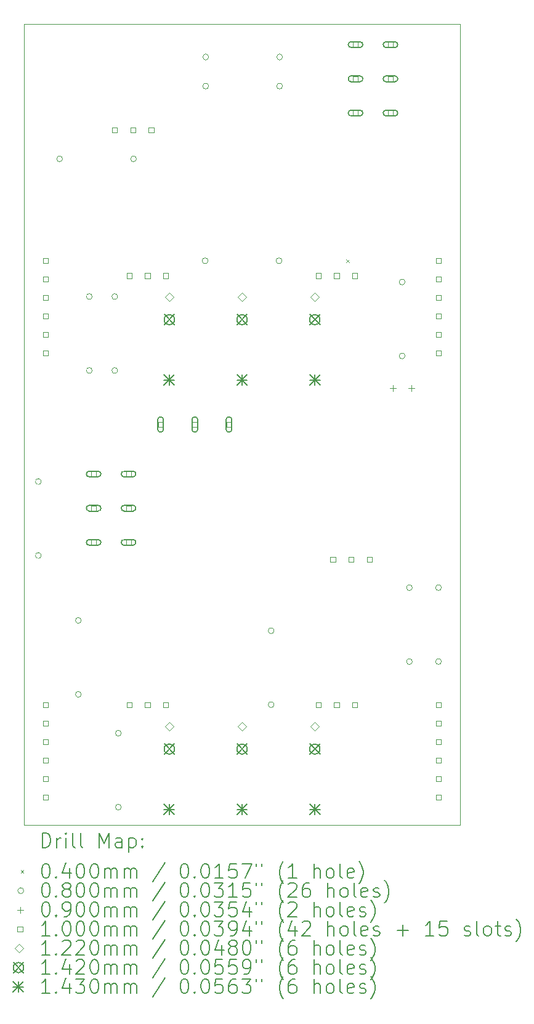
<source format=gbr>
%FSLAX45Y45*%
G04 Gerber Fmt 4.5, Leading zero omitted, Abs format (unit mm)*
G04 Created by KiCad (PCBNEW (6.0.1)) date 2022-02-07 13:43:29*
%MOMM*%
%LPD*%
G01*
G04 APERTURE LIST*
%TA.AperFunction,Profile*%
%ADD10C,0.050000*%
%TD*%
%ADD11C,0.200000*%
%ADD12C,0.040000*%
%ADD13C,0.080000*%
%ADD14C,0.090000*%
%ADD15C,0.100000*%
%ADD16C,0.122000*%
%ADD17C,0.142000*%
%ADD18C,0.143000*%
G04 APERTURE END LIST*
D10*
X9500000Y-3650000D02*
X15500000Y-3650000D01*
X15500000Y-3650000D02*
X15500000Y-14650000D01*
X9500000Y-3650000D02*
X9500000Y-14650000D01*
X9500000Y-14650000D02*
X15500000Y-14650000D01*
D11*
D12*
X13930000Y-6880000D02*
X13970000Y-6920000D01*
X13970000Y-6880000D02*
X13930000Y-6920000D01*
D13*
X9740000Y-9934000D02*
G75*
G03*
X9740000Y-9934000I-40000J0D01*
G01*
X9740000Y-10950000D02*
G75*
G03*
X9740000Y-10950000I-40000J0D01*
G01*
X10032000Y-5500000D02*
G75*
G03*
X10032000Y-5500000I-40000J0D01*
G01*
X10290000Y-11842000D02*
G75*
G03*
X10290000Y-11842000I-40000J0D01*
G01*
X10290000Y-12858000D02*
G75*
G03*
X10290000Y-12858000I-40000J0D01*
G01*
X10440000Y-7392000D02*
G75*
G03*
X10440000Y-7392000I-40000J0D01*
G01*
X10440000Y-8408000D02*
G75*
G03*
X10440000Y-8408000I-40000J0D01*
G01*
X10790000Y-7392000D02*
G75*
G03*
X10790000Y-7392000I-40000J0D01*
G01*
X10790000Y-8408000D02*
G75*
G03*
X10790000Y-8408000I-40000J0D01*
G01*
X10840000Y-13392000D02*
G75*
G03*
X10840000Y-13392000I-40000J0D01*
G01*
X10840000Y-14408000D02*
G75*
G03*
X10840000Y-14408000I-40000J0D01*
G01*
X11048000Y-5500000D02*
G75*
G03*
X11048000Y-5500000I-40000J0D01*
G01*
X12032000Y-6900000D02*
G75*
G03*
X12032000Y-6900000I-40000J0D01*
G01*
X12040000Y-4100000D02*
G75*
G03*
X12040000Y-4100000I-40000J0D01*
G01*
X12040000Y-4500000D02*
G75*
G03*
X12040000Y-4500000I-40000J0D01*
G01*
X12940000Y-11984000D02*
G75*
G03*
X12940000Y-11984000I-40000J0D01*
G01*
X12940000Y-13000000D02*
G75*
G03*
X12940000Y-13000000I-40000J0D01*
G01*
X13048000Y-6900000D02*
G75*
G03*
X13048000Y-6900000I-40000J0D01*
G01*
X13056000Y-4100000D02*
G75*
G03*
X13056000Y-4100000I-40000J0D01*
G01*
X13056000Y-4500000D02*
G75*
G03*
X13056000Y-4500000I-40000J0D01*
G01*
X14740000Y-7192000D02*
G75*
G03*
X14740000Y-7192000I-40000J0D01*
G01*
X14740000Y-8208000D02*
G75*
G03*
X14740000Y-8208000I-40000J0D01*
G01*
X14840000Y-11392000D02*
G75*
G03*
X14840000Y-11392000I-40000J0D01*
G01*
X14840000Y-12408000D02*
G75*
G03*
X14840000Y-12408000I-40000J0D01*
G01*
X15240000Y-11392000D02*
G75*
G03*
X15240000Y-11392000I-40000J0D01*
G01*
X15240000Y-12408000D02*
G75*
G03*
X15240000Y-12408000I-40000J0D01*
G01*
D14*
X14573500Y-8605000D02*
X14573500Y-8695000D01*
X14528500Y-8650000D02*
X14618500Y-8650000D01*
X14827500Y-8605000D02*
X14827500Y-8695000D01*
X14782500Y-8650000D02*
X14872500Y-8650000D01*
D15*
X9835356Y-6935356D02*
X9835356Y-6864644D01*
X9764644Y-6864644D01*
X9764644Y-6935356D01*
X9835356Y-6935356D01*
X9835356Y-7189356D02*
X9835356Y-7118644D01*
X9764644Y-7118644D01*
X9764644Y-7189356D01*
X9835356Y-7189356D01*
X9835356Y-7443356D02*
X9835356Y-7372644D01*
X9764644Y-7372644D01*
X9764644Y-7443356D01*
X9835356Y-7443356D01*
X9835356Y-7697356D02*
X9835356Y-7626644D01*
X9764644Y-7626644D01*
X9764644Y-7697356D01*
X9835356Y-7697356D01*
X9835356Y-7951356D02*
X9835356Y-7880644D01*
X9764644Y-7880644D01*
X9764644Y-7951356D01*
X9835356Y-7951356D01*
X9835356Y-8205356D02*
X9835356Y-8134644D01*
X9764644Y-8134644D01*
X9764644Y-8205356D01*
X9835356Y-8205356D01*
X9835356Y-13035356D02*
X9835356Y-12964644D01*
X9764644Y-12964644D01*
X9764644Y-13035356D01*
X9835356Y-13035356D01*
X9835356Y-13289356D02*
X9835356Y-13218644D01*
X9764644Y-13218644D01*
X9764644Y-13289356D01*
X9835356Y-13289356D01*
X9835356Y-13543356D02*
X9835356Y-13472644D01*
X9764644Y-13472644D01*
X9764644Y-13543356D01*
X9835356Y-13543356D01*
X9835356Y-13797356D02*
X9835356Y-13726644D01*
X9764644Y-13726644D01*
X9764644Y-13797356D01*
X9835356Y-13797356D01*
X9835356Y-14051356D02*
X9835356Y-13980644D01*
X9764644Y-13980644D01*
X9764644Y-14051356D01*
X9835356Y-14051356D01*
X9835356Y-14305356D02*
X9835356Y-14234644D01*
X9764644Y-14234644D01*
X9764644Y-14305356D01*
X9835356Y-14305356D01*
X10495356Y-9865356D02*
X10495356Y-9794644D01*
X10424644Y-9794644D01*
X10424644Y-9865356D01*
X10495356Y-9865356D01*
D11*
X10520000Y-9790000D02*
X10400000Y-9790000D01*
X10520000Y-9870000D02*
X10400000Y-9870000D01*
X10400000Y-9790000D02*
G75*
G03*
X10400000Y-9870000I0J-40000D01*
G01*
X10520000Y-9870000D02*
G75*
G03*
X10520000Y-9790000I0J40000D01*
G01*
D15*
X10495356Y-10335356D02*
X10495356Y-10264644D01*
X10424644Y-10264644D01*
X10424644Y-10335356D01*
X10495356Y-10335356D01*
D11*
X10520000Y-10260000D02*
X10400000Y-10260000D01*
X10520000Y-10340000D02*
X10400000Y-10340000D01*
X10400000Y-10260000D02*
G75*
G03*
X10400000Y-10340000I0J-40000D01*
G01*
X10520000Y-10340000D02*
G75*
G03*
X10520000Y-10260000I0J40000D01*
G01*
D15*
X10495356Y-10805356D02*
X10495356Y-10734644D01*
X10424644Y-10734644D01*
X10424644Y-10805356D01*
X10495356Y-10805356D01*
D11*
X10520000Y-10730000D02*
X10400000Y-10730000D01*
X10520000Y-10810000D02*
X10400000Y-10810000D01*
X10400000Y-10730000D02*
G75*
G03*
X10400000Y-10810000I0J-40000D01*
G01*
X10520000Y-10810000D02*
G75*
G03*
X10520000Y-10730000I0J40000D01*
G01*
D15*
X10785356Y-5140356D02*
X10785356Y-5069644D01*
X10714644Y-5069644D01*
X10714644Y-5140356D01*
X10785356Y-5140356D01*
X10975356Y-9865356D02*
X10975356Y-9794644D01*
X10904644Y-9794644D01*
X10904644Y-9865356D01*
X10975356Y-9865356D01*
D11*
X11000000Y-9790000D02*
X10880000Y-9790000D01*
X11000000Y-9870000D02*
X10880000Y-9870000D01*
X10880000Y-9790000D02*
G75*
G03*
X10880000Y-9870000I0J-40000D01*
G01*
X11000000Y-9870000D02*
G75*
G03*
X11000000Y-9790000I0J40000D01*
G01*
D15*
X10975356Y-10335356D02*
X10975356Y-10264644D01*
X10904644Y-10264644D01*
X10904644Y-10335356D01*
X10975356Y-10335356D01*
D11*
X11000000Y-10260000D02*
X10880000Y-10260000D01*
X11000000Y-10340000D02*
X10880000Y-10340000D01*
X10880000Y-10260000D02*
G75*
G03*
X10880000Y-10340000I0J-40000D01*
G01*
X11000000Y-10340000D02*
G75*
G03*
X11000000Y-10260000I0J40000D01*
G01*
D15*
X10975356Y-10805356D02*
X10975356Y-10734644D01*
X10904644Y-10734644D01*
X10904644Y-10805356D01*
X10975356Y-10805356D01*
D11*
X11000000Y-10730000D02*
X10880000Y-10730000D01*
X11000000Y-10810000D02*
X10880000Y-10810000D01*
X10880000Y-10730000D02*
G75*
G03*
X10880000Y-10810000I0J-40000D01*
G01*
X11000000Y-10810000D02*
G75*
G03*
X11000000Y-10730000I0J40000D01*
G01*
D15*
X10985356Y-7140356D02*
X10985356Y-7069644D01*
X10914644Y-7069644D01*
X10914644Y-7140356D01*
X10985356Y-7140356D01*
X10985356Y-13035356D02*
X10985356Y-12964644D01*
X10914644Y-12964644D01*
X10914644Y-13035356D01*
X10985356Y-13035356D01*
X11035356Y-5140356D02*
X11035356Y-5069644D01*
X10964644Y-5069644D01*
X10964644Y-5140356D01*
X11035356Y-5140356D01*
X11235356Y-7140356D02*
X11235356Y-7069644D01*
X11164644Y-7069644D01*
X11164644Y-7140356D01*
X11235356Y-7140356D01*
X11235356Y-13035356D02*
X11235356Y-12964644D01*
X11164644Y-12964644D01*
X11164644Y-13035356D01*
X11235356Y-13035356D01*
X11285356Y-5140356D02*
X11285356Y-5069644D01*
X11214644Y-5069644D01*
X11214644Y-5140356D01*
X11285356Y-5140356D01*
X11415356Y-9185356D02*
X11415356Y-9114644D01*
X11344644Y-9114644D01*
X11344644Y-9185356D01*
X11415356Y-9185356D01*
D11*
X11340000Y-9085000D02*
X11340000Y-9215000D01*
X11420000Y-9085000D02*
X11420000Y-9215000D01*
X11340000Y-9215000D02*
G75*
G03*
X11420000Y-9215000I40000J0D01*
G01*
X11420000Y-9085000D02*
G75*
G03*
X11340000Y-9085000I-40000J0D01*
G01*
D15*
X11485356Y-7140356D02*
X11485356Y-7069644D01*
X11414644Y-7069644D01*
X11414644Y-7140356D01*
X11485356Y-7140356D01*
X11485356Y-13035356D02*
X11485356Y-12964644D01*
X11414644Y-12964644D01*
X11414644Y-13035356D01*
X11485356Y-13035356D01*
X11885356Y-9185356D02*
X11885356Y-9114644D01*
X11814644Y-9114644D01*
X11814644Y-9185356D01*
X11885356Y-9185356D01*
D11*
X11810000Y-9085000D02*
X11810000Y-9215000D01*
X11890000Y-9085000D02*
X11890000Y-9215000D01*
X11810000Y-9215000D02*
G75*
G03*
X11890000Y-9215000I40000J0D01*
G01*
X11890000Y-9085000D02*
G75*
G03*
X11810000Y-9085000I-40000J0D01*
G01*
D15*
X12355356Y-9185356D02*
X12355356Y-9114644D01*
X12284644Y-9114644D01*
X12284644Y-9185356D01*
X12355356Y-9185356D01*
D11*
X12280000Y-9085000D02*
X12280000Y-9215000D01*
X12360000Y-9085000D02*
X12360000Y-9215000D01*
X12280000Y-9215000D02*
G75*
G03*
X12360000Y-9215000I40000J0D01*
G01*
X12360000Y-9085000D02*
G75*
G03*
X12280000Y-9085000I-40000J0D01*
G01*
D15*
X13585356Y-7140356D02*
X13585356Y-7069644D01*
X13514644Y-7069644D01*
X13514644Y-7140356D01*
X13585356Y-7140356D01*
X13585356Y-13040356D02*
X13585356Y-12969644D01*
X13514644Y-12969644D01*
X13514644Y-13040356D01*
X13585356Y-13040356D01*
X13785356Y-11040356D02*
X13785356Y-10969644D01*
X13714644Y-10969644D01*
X13714644Y-11040356D01*
X13785356Y-11040356D01*
X13835356Y-7140356D02*
X13835356Y-7069644D01*
X13764644Y-7069644D01*
X13764644Y-7140356D01*
X13835356Y-7140356D01*
X13835356Y-13040356D02*
X13835356Y-12969644D01*
X13764644Y-12969644D01*
X13764644Y-13040356D01*
X13835356Y-13040356D01*
X14035356Y-11040356D02*
X14035356Y-10969644D01*
X13964644Y-10969644D01*
X13964644Y-11040356D01*
X14035356Y-11040356D01*
X14085356Y-7140356D02*
X14085356Y-7069644D01*
X14014644Y-7069644D01*
X14014644Y-7140356D01*
X14085356Y-7140356D01*
X14085356Y-13040356D02*
X14085356Y-12969644D01*
X14014644Y-12969644D01*
X14014644Y-13040356D01*
X14085356Y-13040356D01*
X14095356Y-3965356D02*
X14095356Y-3894644D01*
X14024644Y-3894644D01*
X14024644Y-3965356D01*
X14095356Y-3965356D01*
D11*
X14120000Y-3890000D02*
X14000000Y-3890000D01*
X14120000Y-3970000D02*
X14000000Y-3970000D01*
X14000000Y-3890000D02*
G75*
G03*
X14000000Y-3970000I0J-40000D01*
G01*
X14120000Y-3970000D02*
G75*
G03*
X14120000Y-3890000I0J40000D01*
G01*
D15*
X14095356Y-4435356D02*
X14095356Y-4364644D01*
X14024644Y-4364644D01*
X14024644Y-4435356D01*
X14095356Y-4435356D01*
D11*
X14120000Y-4360000D02*
X14000000Y-4360000D01*
X14120000Y-4440000D02*
X14000000Y-4440000D01*
X14000000Y-4360000D02*
G75*
G03*
X14000000Y-4440000I0J-40000D01*
G01*
X14120000Y-4440000D02*
G75*
G03*
X14120000Y-4360000I0J40000D01*
G01*
D15*
X14095356Y-4905356D02*
X14095356Y-4834644D01*
X14024644Y-4834644D01*
X14024644Y-4905356D01*
X14095356Y-4905356D01*
D11*
X14120000Y-4830000D02*
X14000000Y-4830000D01*
X14120000Y-4910000D02*
X14000000Y-4910000D01*
X14000000Y-4830000D02*
G75*
G03*
X14000000Y-4910000I0J-40000D01*
G01*
X14120000Y-4910000D02*
G75*
G03*
X14120000Y-4830000I0J40000D01*
G01*
D15*
X14285356Y-11040356D02*
X14285356Y-10969644D01*
X14214644Y-10969644D01*
X14214644Y-11040356D01*
X14285356Y-11040356D01*
X14575356Y-3965356D02*
X14575356Y-3894644D01*
X14504644Y-3894644D01*
X14504644Y-3965356D01*
X14575356Y-3965356D01*
D11*
X14600000Y-3890000D02*
X14480000Y-3890000D01*
X14600000Y-3970000D02*
X14480000Y-3970000D01*
X14480000Y-3890000D02*
G75*
G03*
X14480000Y-3970000I0J-40000D01*
G01*
X14600000Y-3970000D02*
G75*
G03*
X14600000Y-3890000I0J40000D01*
G01*
D15*
X14575356Y-4435356D02*
X14575356Y-4364644D01*
X14504644Y-4364644D01*
X14504644Y-4435356D01*
X14575356Y-4435356D01*
D11*
X14600000Y-4360000D02*
X14480000Y-4360000D01*
X14600000Y-4440000D02*
X14480000Y-4440000D01*
X14480000Y-4360000D02*
G75*
G03*
X14480000Y-4440000I0J-40000D01*
G01*
X14600000Y-4440000D02*
G75*
G03*
X14600000Y-4360000I0J40000D01*
G01*
D15*
X14575356Y-4905356D02*
X14575356Y-4834644D01*
X14504644Y-4834644D01*
X14504644Y-4905356D01*
X14575356Y-4905356D01*
D11*
X14600000Y-4830000D02*
X14480000Y-4830000D01*
X14600000Y-4910000D02*
X14480000Y-4910000D01*
X14480000Y-4830000D02*
G75*
G03*
X14480000Y-4910000I0J-40000D01*
G01*
X14600000Y-4910000D02*
G75*
G03*
X14600000Y-4830000I0J40000D01*
G01*
D15*
X15235356Y-6935356D02*
X15235356Y-6864644D01*
X15164644Y-6864644D01*
X15164644Y-6935356D01*
X15235356Y-6935356D01*
X15235356Y-7189356D02*
X15235356Y-7118644D01*
X15164644Y-7118644D01*
X15164644Y-7189356D01*
X15235356Y-7189356D01*
X15235356Y-7443356D02*
X15235356Y-7372644D01*
X15164644Y-7372644D01*
X15164644Y-7443356D01*
X15235356Y-7443356D01*
X15235356Y-7697356D02*
X15235356Y-7626644D01*
X15164644Y-7626644D01*
X15164644Y-7697356D01*
X15235356Y-7697356D01*
X15235356Y-7951356D02*
X15235356Y-7880644D01*
X15164644Y-7880644D01*
X15164644Y-7951356D01*
X15235356Y-7951356D01*
X15235356Y-8205356D02*
X15235356Y-8134644D01*
X15164644Y-8134644D01*
X15164644Y-8205356D01*
X15235356Y-8205356D01*
X15235356Y-13035356D02*
X15235356Y-12964644D01*
X15164644Y-12964644D01*
X15164644Y-13035356D01*
X15235356Y-13035356D01*
X15235356Y-13289356D02*
X15235356Y-13218644D01*
X15164644Y-13218644D01*
X15164644Y-13289356D01*
X15235356Y-13289356D01*
X15235356Y-13543356D02*
X15235356Y-13472644D01*
X15164644Y-13472644D01*
X15164644Y-13543356D01*
X15235356Y-13543356D01*
X15235356Y-13797356D02*
X15235356Y-13726644D01*
X15164644Y-13726644D01*
X15164644Y-13797356D01*
X15235356Y-13797356D01*
X15235356Y-14051356D02*
X15235356Y-13980644D01*
X15164644Y-13980644D01*
X15164644Y-14051356D01*
X15235356Y-14051356D01*
X15235356Y-14305356D02*
X15235356Y-14234644D01*
X15164644Y-14234644D01*
X15164644Y-14305356D01*
X15235356Y-14305356D01*
D16*
X11500000Y-7461000D02*
X11561000Y-7400000D01*
X11500000Y-7339000D01*
X11439000Y-7400000D01*
X11500000Y-7461000D01*
X11500000Y-13361000D02*
X11561000Y-13300000D01*
X11500000Y-13239000D01*
X11439000Y-13300000D01*
X11500000Y-13361000D01*
X12500000Y-7461000D02*
X12561000Y-7400000D01*
X12500000Y-7339000D01*
X12439000Y-7400000D01*
X12500000Y-7461000D01*
X12500000Y-13361000D02*
X12561000Y-13300000D01*
X12500000Y-13239000D01*
X12439000Y-13300000D01*
X12500000Y-13361000D01*
X13500000Y-7461000D02*
X13561000Y-7400000D01*
X13500000Y-7339000D01*
X13439000Y-7400000D01*
X13500000Y-7461000D01*
X13500000Y-13361000D02*
X13561000Y-13300000D01*
X13500000Y-13239000D01*
X13439000Y-13300000D01*
X13500000Y-13361000D01*
D17*
X11429000Y-7639000D02*
X11571000Y-7781000D01*
X11571000Y-7639000D02*
X11429000Y-7781000D01*
X11571000Y-7710000D02*
G75*
G03*
X11571000Y-7710000I-71000J0D01*
G01*
X11429000Y-13539000D02*
X11571000Y-13681000D01*
X11571000Y-13539000D02*
X11429000Y-13681000D01*
X11571000Y-13610000D02*
G75*
G03*
X11571000Y-13610000I-71000J0D01*
G01*
X12429000Y-7639000D02*
X12571000Y-7781000D01*
X12571000Y-7639000D02*
X12429000Y-7781000D01*
X12571000Y-7710000D02*
G75*
G03*
X12571000Y-7710000I-71000J0D01*
G01*
X12429000Y-13539000D02*
X12571000Y-13681000D01*
X12571000Y-13539000D02*
X12429000Y-13681000D01*
X12571000Y-13610000D02*
G75*
G03*
X12571000Y-13610000I-71000J0D01*
G01*
X13429000Y-7639000D02*
X13571000Y-7781000D01*
X13571000Y-7639000D02*
X13429000Y-7781000D01*
X13571000Y-7710000D02*
G75*
G03*
X13571000Y-7710000I-71000J0D01*
G01*
X13429000Y-13539000D02*
X13571000Y-13681000D01*
X13571000Y-13539000D02*
X13429000Y-13681000D01*
X13571000Y-13610000D02*
G75*
G03*
X13571000Y-13610000I-71000J0D01*
G01*
D18*
X11428500Y-8468500D02*
X11571500Y-8611500D01*
X11571500Y-8468500D02*
X11428500Y-8611500D01*
X11500000Y-8468500D02*
X11500000Y-8611500D01*
X11428500Y-8540000D02*
X11571500Y-8540000D01*
X11428500Y-14368500D02*
X11571500Y-14511500D01*
X11571500Y-14368500D02*
X11428500Y-14511500D01*
X11500000Y-14368500D02*
X11500000Y-14511500D01*
X11428500Y-14440000D02*
X11571500Y-14440000D01*
X12428500Y-8468500D02*
X12571500Y-8611500D01*
X12571500Y-8468500D02*
X12428500Y-8611500D01*
X12500000Y-8468500D02*
X12500000Y-8611500D01*
X12428500Y-8540000D02*
X12571500Y-8540000D01*
X12428500Y-14368500D02*
X12571500Y-14511500D01*
X12571500Y-14368500D02*
X12428500Y-14511500D01*
X12500000Y-14368500D02*
X12500000Y-14511500D01*
X12428500Y-14440000D02*
X12571500Y-14440000D01*
X13428500Y-8468500D02*
X13571500Y-8611500D01*
X13571500Y-8468500D02*
X13428500Y-8611500D01*
X13500000Y-8468500D02*
X13500000Y-8611500D01*
X13428500Y-8540000D02*
X13571500Y-8540000D01*
X13428500Y-14368500D02*
X13571500Y-14511500D01*
X13571500Y-14368500D02*
X13428500Y-14511500D01*
X13500000Y-14368500D02*
X13500000Y-14511500D01*
X13428500Y-14440000D02*
X13571500Y-14440000D01*
D11*
X9755119Y-14962976D02*
X9755119Y-14762976D01*
X9802738Y-14762976D01*
X9831310Y-14772500D01*
X9850357Y-14791548D01*
X9859881Y-14810595D01*
X9869405Y-14848690D01*
X9869405Y-14877262D01*
X9859881Y-14915357D01*
X9850357Y-14934405D01*
X9831310Y-14953452D01*
X9802738Y-14962976D01*
X9755119Y-14962976D01*
X9955119Y-14962976D02*
X9955119Y-14829643D01*
X9955119Y-14867738D02*
X9964643Y-14848690D01*
X9974167Y-14839167D01*
X9993214Y-14829643D01*
X10012262Y-14829643D01*
X10078929Y-14962976D02*
X10078929Y-14829643D01*
X10078929Y-14762976D02*
X10069405Y-14772500D01*
X10078929Y-14782024D01*
X10088452Y-14772500D01*
X10078929Y-14762976D01*
X10078929Y-14782024D01*
X10202738Y-14962976D02*
X10183690Y-14953452D01*
X10174167Y-14934405D01*
X10174167Y-14762976D01*
X10307500Y-14962976D02*
X10288452Y-14953452D01*
X10278929Y-14934405D01*
X10278929Y-14762976D01*
X10536071Y-14962976D02*
X10536071Y-14762976D01*
X10602738Y-14905833D01*
X10669405Y-14762976D01*
X10669405Y-14962976D01*
X10850357Y-14962976D02*
X10850357Y-14858214D01*
X10840833Y-14839167D01*
X10821786Y-14829643D01*
X10783690Y-14829643D01*
X10764643Y-14839167D01*
X10850357Y-14953452D02*
X10831310Y-14962976D01*
X10783690Y-14962976D01*
X10764643Y-14953452D01*
X10755119Y-14934405D01*
X10755119Y-14915357D01*
X10764643Y-14896309D01*
X10783690Y-14886786D01*
X10831310Y-14886786D01*
X10850357Y-14877262D01*
X10945595Y-14829643D02*
X10945595Y-15029643D01*
X10945595Y-14839167D02*
X10964643Y-14829643D01*
X11002738Y-14829643D01*
X11021786Y-14839167D01*
X11031310Y-14848690D01*
X11040833Y-14867738D01*
X11040833Y-14924881D01*
X11031310Y-14943928D01*
X11021786Y-14953452D01*
X11002738Y-14962976D01*
X10964643Y-14962976D01*
X10945595Y-14953452D01*
X11126548Y-14943928D02*
X11136071Y-14953452D01*
X11126548Y-14962976D01*
X11117024Y-14953452D01*
X11126548Y-14943928D01*
X11126548Y-14962976D01*
X11126548Y-14839167D02*
X11136071Y-14848690D01*
X11126548Y-14858214D01*
X11117024Y-14848690D01*
X11126548Y-14839167D01*
X11126548Y-14858214D01*
D12*
X9457500Y-15272500D02*
X9497500Y-15312500D01*
X9497500Y-15272500D02*
X9457500Y-15312500D01*
D11*
X9793214Y-15182976D02*
X9812262Y-15182976D01*
X9831310Y-15192500D01*
X9840833Y-15202024D01*
X9850357Y-15221071D01*
X9859881Y-15259167D01*
X9859881Y-15306786D01*
X9850357Y-15344881D01*
X9840833Y-15363928D01*
X9831310Y-15373452D01*
X9812262Y-15382976D01*
X9793214Y-15382976D01*
X9774167Y-15373452D01*
X9764643Y-15363928D01*
X9755119Y-15344881D01*
X9745595Y-15306786D01*
X9745595Y-15259167D01*
X9755119Y-15221071D01*
X9764643Y-15202024D01*
X9774167Y-15192500D01*
X9793214Y-15182976D01*
X9945595Y-15363928D02*
X9955119Y-15373452D01*
X9945595Y-15382976D01*
X9936071Y-15373452D01*
X9945595Y-15363928D01*
X9945595Y-15382976D01*
X10126548Y-15249643D02*
X10126548Y-15382976D01*
X10078929Y-15173452D02*
X10031310Y-15316309D01*
X10155119Y-15316309D01*
X10269405Y-15182976D02*
X10288452Y-15182976D01*
X10307500Y-15192500D01*
X10317024Y-15202024D01*
X10326548Y-15221071D01*
X10336071Y-15259167D01*
X10336071Y-15306786D01*
X10326548Y-15344881D01*
X10317024Y-15363928D01*
X10307500Y-15373452D01*
X10288452Y-15382976D01*
X10269405Y-15382976D01*
X10250357Y-15373452D01*
X10240833Y-15363928D01*
X10231310Y-15344881D01*
X10221786Y-15306786D01*
X10221786Y-15259167D01*
X10231310Y-15221071D01*
X10240833Y-15202024D01*
X10250357Y-15192500D01*
X10269405Y-15182976D01*
X10459881Y-15182976D02*
X10478929Y-15182976D01*
X10497976Y-15192500D01*
X10507500Y-15202024D01*
X10517024Y-15221071D01*
X10526548Y-15259167D01*
X10526548Y-15306786D01*
X10517024Y-15344881D01*
X10507500Y-15363928D01*
X10497976Y-15373452D01*
X10478929Y-15382976D01*
X10459881Y-15382976D01*
X10440833Y-15373452D01*
X10431310Y-15363928D01*
X10421786Y-15344881D01*
X10412262Y-15306786D01*
X10412262Y-15259167D01*
X10421786Y-15221071D01*
X10431310Y-15202024D01*
X10440833Y-15192500D01*
X10459881Y-15182976D01*
X10612262Y-15382976D02*
X10612262Y-15249643D01*
X10612262Y-15268690D02*
X10621786Y-15259167D01*
X10640833Y-15249643D01*
X10669405Y-15249643D01*
X10688452Y-15259167D01*
X10697976Y-15278214D01*
X10697976Y-15382976D01*
X10697976Y-15278214D02*
X10707500Y-15259167D01*
X10726548Y-15249643D01*
X10755119Y-15249643D01*
X10774167Y-15259167D01*
X10783690Y-15278214D01*
X10783690Y-15382976D01*
X10878929Y-15382976D02*
X10878929Y-15249643D01*
X10878929Y-15268690D02*
X10888452Y-15259167D01*
X10907500Y-15249643D01*
X10936071Y-15249643D01*
X10955119Y-15259167D01*
X10964643Y-15278214D01*
X10964643Y-15382976D01*
X10964643Y-15278214D02*
X10974167Y-15259167D01*
X10993214Y-15249643D01*
X11021786Y-15249643D01*
X11040833Y-15259167D01*
X11050357Y-15278214D01*
X11050357Y-15382976D01*
X11440833Y-15173452D02*
X11269405Y-15430595D01*
X11697976Y-15182976D02*
X11717024Y-15182976D01*
X11736071Y-15192500D01*
X11745595Y-15202024D01*
X11755119Y-15221071D01*
X11764643Y-15259167D01*
X11764643Y-15306786D01*
X11755119Y-15344881D01*
X11745595Y-15363928D01*
X11736071Y-15373452D01*
X11717024Y-15382976D01*
X11697976Y-15382976D01*
X11678928Y-15373452D01*
X11669405Y-15363928D01*
X11659881Y-15344881D01*
X11650357Y-15306786D01*
X11650357Y-15259167D01*
X11659881Y-15221071D01*
X11669405Y-15202024D01*
X11678928Y-15192500D01*
X11697976Y-15182976D01*
X11850357Y-15363928D02*
X11859881Y-15373452D01*
X11850357Y-15382976D01*
X11840833Y-15373452D01*
X11850357Y-15363928D01*
X11850357Y-15382976D01*
X11983690Y-15182976D02*
X12002738Y-15182976D01*
X12021786Y-15192500D01*
X12031309Y-15202024D01*
X12040833Y-15221071D01*
X12050357Y-15259167D01*
X12050357Y-15306786D01*
X12040833Y-15344881D01*
X12031309Y-15363928D01*
X12021786Y-15373452D01*
X12002738Y-15382976D01*
X11983690Y-15382976D01*
X11964643Y-15373452D01*
X11955119Y-15363928D01*
X11945595Y-15344881D01*
X11936071Y-15306786D01*
X11936071Y-15259167D01*
X11945595Y-15221071D01*
X11955119Y-15202024D01*
X11964643Y-15192500D01*
X11983690Y-15182976D01*
X12240833Y-15382976D02*
X12126548Y-15382976D01*
X12183690Y-15382976D02*
X12183690Y-15182976D01*
X12164643Y-15211548D01*
X12145595Y-15230595D01*
X12126548Y-15240119D01*
X12421786Y-15182976D02*
X12326548Y-15182976D01*
X12317024Y-15278214D01*
X12326548Y-15268690D01*
X12345595Y-15259167D01*
X12393214Y-15259167D01*
X12412262Y-15268690D01*
X12421786Y-15278214D01*
X12431309Y-15297262D01*
X12431309Y-15344881D01*
X12421786Y-15363928D01*
X12412262Y-15373452D01*
X12393214Y-15382976D01*
X12345595Y-15382976D01*
X12326548Y-15373452D01*
X12317024Y-15363928D01*
X12497976Y-15182976D02*
X12631309Y-15182976D01*
X12545595Y-15382976D01*
X12697976Y-15182976D02*
X12697976Y-15221071D01*
X12774167Y-15182976D02*
X12774167Y-15221071D01*
X13069405Y-15459167D02*
X13059881Y-15449643D01*
X13040833Y-15421071D01*
X13031309Y-15402024D01*
X13021786Y-15373452D01*
X13012262Y-15325833D01*
X13012262Y-15287738D01*
X13021786Y-15240119D01*
X13031309Y-15211548D01*
X13040833Y-15192500D01*
X13059881Y-15163928D01*
X13069405Y-15154405D01*
X13250357Y-15382976D02*
X13136071Y-15382976D01*
X13193214Y-15382976D02*
X13193214Y-15182976D01*
X13174167Y-15211548D01*
X13155119Y-15230595D01*
X13136071Y-15240119D01*
X13488452Y-15382976D02*
X13488452Y-15182976D01*
X13574167Y-15382976D02*
X13574167Y-15278214D01*
X13564643Y-15259167D01*
X13545595Y-15249643D01*
X13517024Y-15249643D01*
X13497976Y-15259167D01*
X13488452Y-15268690D01*
X13697976Y-15382976D02*
X13678928Y-15373452D01*
X13669405Y-15363928D01*
X13659881Y-15344881D01*
X13659881Y-15287738D01*
X13669405Y-15268690D01*
X13678928Y-15259167D01*
X13697976Y-15249643D01*
X13726548Y-15249643D01*
X13745595Y-15259167D01*
X13755119Y-15268690D01*
X13764643Y-15287738D01*
X13764643Y-15344881D01*
X13755119Y-15363928D01*
X13745595Y-15373452D01*
X13726548Y-15382976D01*
X13697976Y-15382976D01*
X13878928Y-15382976D02*
X13859881Y-15373452D01*
X13850357Y-15354405D01*
X13850357Y-15182976D01*
X14031309Y-15373452D02*
X14012262Y-15382976D01*
X13974167Y-15382976D01*
X13955119Y-15373452D01*
X13945595Y-15354405D01*
X13945595Y-15278214D01*
X13955119Y-15259167D01*
X13974167Y-15249643D01*
X14012262Y-15249643D01*
X14031309Y-15259167D01*
X14040833Y-15278214D01*
X14040833Y-15297262D01*
X13945595Y-15316309D01*
X14107500Y-15459167D02*
X14117024Y-15449643D01*
X14136071Y-15421071D01*
X14145595Y-15402024D01*
X14155119Y-15373452D01*
X14164643Y-15325833D01*
X14164643Y-15287738D01*
X14155119Y-15240119D01*
X14145595Y-15211548D01*
X14136071Y-15192500D01*
X14117024Y-15163928D01*
X14107500Y-15154405D01*
D13*
X9497500Y-15556500D02*
G75*
G03*
X9497500Y-15556500I-40000J0D01*
G01*
D11*
X9793214Y-15446976D02*
X9812262Y-15446976D01*
X9831310Y-15456500D01*
X9840833Y-15466024D01*
X9850357Y-15485071D01*
X9859881Y-15523167D01*
X9859881Y-15570786D01*
X9850357Y-15608881D01*
X9840833Y-15627928D01*
X9831310Y-15637452D01*
X9812262Y-15646976D01*
X9793214Y-15646976D01*
X9774167Y-15637452D01*
X9764643Y-15627928D01*
X9755119Y-15608881D01*
X9745595Y-15570786D01*
X9745595Y-15523167D01*
X9755119Y-15485071D01*
X9764643Y-15466024D01*
X9774167Y-15456500D01*
X9793214Y-15446976D01*
X9945595Y-15627928D02*
X9955119Y-15637452D01*
X9945595Y-15646976D01*
X9936071Y-15637452D01*
X9945595Y-15627928D01*
X9945595Y-15646976D01*
X10069405Y-15532690D02*
X10050357Y-15523167D01*
X10040833Y-15513643D01*
X10031310Y-15494595D01*
X10031310Y-15485071D01*
X10040833Y-15466024D01*
X10050357Y-15456500D01*
X10069405Y-15446976D01*
X10107500Y-15446976D01*
X10126548Y-15456500D01*
X10136071Y-15466024D01*
X10145595Y-15485071D01*
X10145595Y-15494595D01*
X10136071Y-15513643D01*
X10126548Y-15523167D01*
X10107500Y-15532690D01*
X10069405Y-15532690D01*
X10050357Y-15542214D01*
X10040833Y-15551738D01*
X10031310Y-15570786D01*
X10031310Y-15608881D01*
X10040833Y-15627928D01*
X10050357Y-15637452D01*
X10069405Y-15646976D01*
X10107500Y-15646976D01*
X10126548Y-15637452D01*
X10136071Y-15627928D01*
X10145595Y-15608881D01*
X10145595Y-15570786D01*
X10136071Y-15551738D01*
X10126548Y-15542214D01*
X10107500Y-15532690D01*
X10269405Y-15446976D02*
X10288452Y-15446976D01*
X10307500Y-15456500D01*
X10317024Y-15466024D01*
X10326548Y-15485071D01*
X10336071Y-15523167D01*
X10336071Y-15570786D01*
X10326548Y-15608881D01*
X10317024Y-15627928D01*
X10307500Y-15637452D01*
X10288452Y-15646976D01*
X10269405Y-15646976D01*
X10250357Y-15637452D01*
X10240833Y-15627928D01*
X10231310Y-15608881D01*
X10221786Y-15570786D01*
X10221786Y-15523167D01*
X10231310Y-15485071D01*
X10240833Y-15466024D01*
X10250357Y-15456500D01*
X10269405Y-15446976D01*
X10459881Y-15446976D02*
X10478929Y-15446976D01*
X10497976Y-15456500D01*
X10507500Y-15466024D01*
X10517024Y-15485071D01*
X10526548Y-15523167D01*
X10526548Y-15570786D01*
X10517024Y-15608881D01*
X10507500Y-15627928D01*
X10497976Y-15637452D01*
X10478929Y-15646976D01*
X10459881Y-15646976D01*
X10440833Y-15637452D01*
X10431310Y-15627928D01*
X10421786Y-15608881D01*
X10412262Y-15570786D01*
X10412262Y-15523167D01*
X10421786Y-15485071D01*
X10431310Y-15466024D01*
X10440833Y-15456500D01*
X10459881Y-15446976D01*
X10612262Y-15646976D02*
X10612262Y-15513643D01*
X10612262Y-15532690D02*
X10621786Y-15523167D01*
X10640833Y-15513643D01*
X10669405Y-15513643D01*
X10688452Y-15523167D01*
X10697976Y-15542214D01*
X10697976Y-15646976D01*
X10697976Y-15542214D02*
X10707500Y-15523167D01*
X10726548Y-15513643D01*
X10755119Y-15513643D01*
X10774167Y-15523167D01*
X10783690Y-15542214D01*
X10783690Y-15646976D01*
X10878929Y-15646976D02*
X10878929Y-15513643D01*
X10878929Y-15532690D02*
X10888452Y-15523167D01*
X10907500Y-15513643D01*
X10936071Y-15513643D01*
X10955119Y-15523167D01*
X10964643Y-15542214D01*
X10964643Y-15646976D01*
X10964643Y-15542214D02*
X10974167Y-15523167D01*
X10993214Y-15513643D01*
X11021786Y-15513643D01*
X11040833Y-15523167D01*
X11050357Y-15542214D01*
X11050357Y-15646976D01*
X11440833Y-15437452D02*
X11269405Y-15694595D01*
X11697976Y-15446976D02*
X11717024Y-15446976D01*
X11736071Y-15456500D01*
X11745595Y-15466024D01*
X11755119Y-15485071D01*
X11764643Y-15523167D01*
X11764643Y-15570786D01*
X11755119Y-15608881D01*
X11745595Y-15627928D01*
X11736071Y-15637452D01*
X11717024Y-15646976D01*
X11697976Y-15646976D01*
X11678928Y-15637452D01*
X11669405Y-15627928D01*
X11659881Y-15608881D01*
X11650357Y-15570786D01*
X11650357Y-15523167D01*
X11659881Y-15485071D01*
X11669405Y-15466024D01*
X11678928Y-15456500D01*
X11697976Y-15446976D01*
X11850357Y-15627928D02*
X11859881Y-15637452D01*
X11850357Y-15646976D01*
X11840833Y-15637452D01*
X11850357Y-15627928D01*
X11850357Y-15646976D01*
X11983690Y-15446976D02*
X12002738Y-15446976D01*
X12021786Y-15456500D01*
X12031309Y-15466024D01*
X12040833Y-15485071D01*
X12050357Y-15523167D01*
X12050357Y-15570786D01*
X12040833Y-15608881D01*
X12031309Y-15627928D01*
X12021786Y-15637452D01*
X12002738Y-15646976D01*
X11983690Y-15646976D01*
X11964643Y-15637452D01*
X11955119Y-15627928D01*
X11945595Y-15608881D01*
X11936071Y-15570786D01*
X11936071Y-15523167D01*
X11945595Y-15485071D01*
X11955119Y-15466024D01*
X11964643Y-15456500D01*
X11983690Y-15446976D01*
X12117024Y-15446976D02*
X12240833Y-15446976D01*
X12174167Y-15523167D01*
X12202738Y-15523167D01*
X12221786Y-15532690D01*
X12231309Y-15542214D01*
X12240833Y-15561262D01*
X12240833Y-15608881D01*
X12231309Y-15627928D01*
X12221786Y-15637452D01*
X12202738Y-15646976D01*
X12145595Y-15646976D01*
X12126548Y-15637452D01*
X12117024Y-15627928D01*
X12431309Y-15646976D02*
X12317024Y-15646976D01*
X12374167Y-15646976D02*
X12374167Y-15446976D01*
X12355119Y-15475548D01*
X12336071Y-15494595D01*
X12317024Y-15504119D01*
X12612262Y-15446976D02*
X12517024Y-15446976D01*
X12507500Y-15542214D01*
X12517024Y-15532690D01*
X12536071Y-15523167D01*
X12583690Y-15523167D01*
X12602738Y-15532690D01*
X12612262Y-15542214D01*
X12621786Y-15561262D01*
X12621786Y-15608881D01*
X12612262Y-15627928D01*
X12602738Y-15637452D01*
X12583690Y-15646976D01*
X12536071Y-15646976D01*
X12517024Y-15637452D01*
X12507500Y-15627928D01*
X12697976Y-15446976D02*
X12697976Y-15485071D01*
X12774167Y-15446976D02*
X12774167Y-15485071D01*
X13069405Y-15723167D02*
X13059881Y-15713643D01*
X13040833Y-15685071D01*
X13031309Y-15666024D01*
X13021786Y-15637452D01*
X13012262Y-15589833D01*
X13012262Y-15551738D01*
X13021786Y-15504119D01*
X13031309Y-15475548D01*
X13040833Y-15456500D01*
X13059881Y-15427928D01*
X13069405Y-15418405D01*
X13136071Y-15466024D02*
X13145595Y-15456500D01*
X13164643Y-15446976D01*
X13212262Y-15446976D01*
X13231309Y-15456500D01*
X13240833Y-15466024D01*
X13250357Y-15485071D01*
X13250357Y-15504119D01*
X13240833Y-15532690D01*
X13126548Y-15646976D01*
X13250357Y-15646976D01*
X13421786Y-15446976D02*
X13383690Y-15446976D01*
X13364643Y-15456500D01*
X13355119Y-15466024D01*
X13336071Y-15494595D01*
X13326548Y-15532690D01*
X13326548Y-15608881D01*
X13336071Y-15627928D01*
X13345595Y-15637452D01*
X13364643Y-15646976D01*
X13402738Y-15646976D01*
X13421786Y-15637452D01*
X13431309Y-15627928D01*
X13440833Y-15608881D01*
X13440833Y-15561262D01*
X13431309Y-15542214D01*
X13421786Y-15532690D01*
X13402738Y-15523167D01*
X13364643Y-15523167D01*
X13345595Y-15532690D01*
X13336071Y-15542214D01*
X13326548Y-15561262D01*
X13678928Y-15646976D02*
X13678928Y-15446976D01*
X13764643Y-15646976D02*
X13764643Y-15542214D01*
X13755119Y-15523167D01*
X13736071Y-15513643D01*
X13707500Y-15513643D01*
X13688452Y-15523167D01*
X13678928Y-15532690D01*
X13888452Y-15646976D02*
X13869405Y-15637452D01*
X13859881Y-15627928D01*
X13850357Y-15608881D01*
X13850357Y-15551738D01*
X13859881Y-15532690D01*
X13869405Y-15523167D01*
X13888452Y-15513643D01*
X13917024Y-15513643D01*
X13936071Y-15523167D01*
X13945595Y-15532690D01*
X13955119Y-15551738D01*
X13955119Y-15608881D01*
X13945595Y-15627928D01*
X13936071Y-15637452D01*
X13917024Y-15646976D01*
X13888452Y-15646976D01*
X14069405Y-15646976D02*
X14050357Y-15637452D01*
X14040833Y-15618405D01*
X14040833Y-15446976D01*
X14221786Y-15637452D02*
X14202738Y-15646976D01*
X14164643Y-15646976D01*
X14145595Y-15637452D01*
X14136071Y-15618405D01*
X14136071Y-15542214D01*
X14145595Y-15523167D01*
X14164643Y-15513643D01*
X14202738Y-15513643D01*
X14221786Y-15523167D01*
X14231309Y-15542214D01*
X14231309Y-15561262D01*
X14136071Y-15580309D01*
X14307500Y-15637452D02*
X14326548Y-15646976D01*
X14364643Y-15646976D01*
X14383690Y-15637452D01*
X14393214Y-15618405D01*
X14393214Y-15608881D01*
X14383690Y-15589833D01*
X14364643Y-15580309D01*
X14336071Y-15580309D01*
X14317024Y-15570786D01*
X14307500Y-15551738D01*
X14307500Y-15542214D01*
X14317024Y-15523167D01*
X14336071Y-15513643D01*
X14364643Y-15513643D01*
X14383690Y-15523167D01*
X14459881Y-15723167D02*
X14469405Y-15713643D01*
X14488452Y-15685071D01*
X14497976Y-15666024D01*
X14507500Y-15637452D01*
X14517024Y-15589833D01*
X14517024Y-15551738D01*
X14507500Y-15504119D01*
X14497976Y-15475548D01*
X14488452Y-15456500D01*
X14469405Y-15427928D01*
X14459881Y-15418405D01*
D14*
X9452500Y-15775500D02*
X9452500Y-15865500D01*
X9407500Y-15820500D02*
X9497500Y-15820500D01*
D11*
X9793214Y-15710976D02*
X9812262Y-15710976D01*
X9831310Y-15720500D01*
X9840833Y-15730024D01*
X9850357Y-15749071D01*
X9859881Y-15787167D01*
X9859881Y-15834786D01*
X9850357Y-15872881D01*
X9840833Y-15891928D01*
X9831310Y-15901452D01*
X9812262Y-15910976D01*
X9793214Y-15910976D01*
X9774167Y-15901452D01*
X9764643Y-15891928D01*
X9755119Y-15872881D01*
X9745595Y-15834786D01*
X9745595Y-15787167D01*
X9755119Y-15749071D01*
X9764643Y-15730024D01*
X9774167Y-15720500D01*
X9793214Y-15710976D01*
X9945595Y-15891928D02*
X9955119Y-15901452D01*
X9945595Y-15910976D01*
X9936071Y-15901452D01*
X9945595Y-15891928D01*
X9945595Y-15910976D01*
X10050357Y-15910976D02*
X10088452Y-15910976D01*
X10107500Y-15901452D01*
X10117024Y-15891928D01*
X10136071Y-15863357D01*
X10145595Y-15825262D01*
X10145595Y-15749071D01*
X10136071Y-15730024D01*
X10126548Y-15720500D01*
X10107500Y-15710976D01*
X10069405Y-15710976D01*
X10050357Y-15720500D01*
X10040833Y-15730024D01*
X10031310Y-15749071D01*
X10031310Y-15796690D01*
X10040833Y-15815738D01*
X10050357Y-15825262D01*
X10069405Y-15834786D01*
X10107500Y-15834786D01*
X10126548Y-15825262D01*
X10136071Y-15815738D01*
X10145595Y-15796690D01*
X10269405Y-15710976D02*
X10288452Y-15710976D01*
X10307500Y-15720500D01*
X10317024Y-15730024D01*
X10326548Y-15749071D01*
X10336071Y-15787167D01*
X10336071Y-15834786D01*
X10326548Y-15872881D01*
X10317024Y-15891928D01*
X10307500Y-15901452D01*
X10288452Y-15910976D01*
X10269405Y-15910976D01*
X10250357Y-15901452D01*
X10240833Y-15891928D01*
X10231310Y-15872881D01*
X10221786Y-15834786D01*
X10221786Y-15787167D01*
X10231310Y-15749071D01*
X10240833Y-15730024D01*
X10250357Y-15720500D01*
X10269405Y-15710976D01*
X10459881Y-15710976D02*
X10478929Y-15710976D01*
X10497976Y-15720500D01*
X10507500Y-15730024D01*
X10517024Y-15749071D01*
X10526548Y-15787167D01*
X10526548Y-15834786D01*
X10517024Y-15872881D01*
X10507500Y-15891928D01*
X10497976Y-15901452D01*
X10478929Y-15910976D01*
X10459881Y-15910976D01*
X10440833Y-15901452D01*
X10431310Y-15891928D01*
X10421786Y-15872881D01*
X10412262Y-15834786D01*
X10412262Y-15787167D01*
X10421786Y-15749071D01*
X10431310Y-15730024D01*
X10440833Y-15720500D01*
X10459881Y-15710976D01*
X10612262Y-15910976D02*
X10612262Y-15777643D01*
X10612262Y-15796690D02*
X10621786Y-15787167D01*
X10640833Y-15777643D01*
X10669405Y-15777643D01*
X10688452Y-15787167D01*
X10697976Y-15806214D01*
X10697976Y-15910976D01*
X10697976Y-15806214D02*
X10707500Y-15787167D01*
X10726548Y-15777643D01*
X10755119Y-15777643D01*
X10774167Y-15787167D01*
X10783690Y-15806214D01*
X10783690Y-15910976D01*
X10878929Y-15910976D02*
X10878929Y-15777643D01*
X10878929Y-15796690D02*
X10888452Y-15787167D01*
X10907500Y-15777643D01*
X10936071Y-15777643D01*
X10955119Y-15787167D01*
X10964643Y-15806214D01*
X10964643Y-15910976D01*
X10964643Y-15806214D02*
X10974167Y-15787167D01*
X10993214Y-15777643D01*
X11021786Y-15777643D01*
X11040833Y-15787167D01*
X11050357Y-15806214D01*
X11050357Y-15910976D01*
X11440833Y-15701452D02*
X11269405Y-15958595D01*
X11697976Y-15710976D02*
X11717024Y-15710976D01*
X11736071Y-15720500D01*
X11745595Y-15730024D01*
X11755119Y-15749071D01*
X11764643Y-15787167D01*
X11764643Y-15834786D01*
X11755119Y-15872881D01*
X11745595Y-15891928D01*
X11736071Y-15901452D01*
X11717024Y-15910976D01*
X11697976Y-15910976D01*
X11678928Y-15901452D01*
X11669405Y-15891928D01*
X11659881Y-15872881D01*
X11650357Y-15834786D01*
X11650357Y-15787167D01*
X11659881Y-15749071D01*
X11669405Y-15730024D01*
X11678928Y-15720500D01*
X11697976Y-15710976D01*
X11850357Y-15891928D02*
X11859881Y-15901452D01*
X11850357Y-15910976D01*
X11840833Y-15901452D01*
X11850357Y-15891928D01*
X11850357Y-15910976D01*
X11983690Y-15710976D02*
X12002738Y-15710976D01*
X12021786Y-15720500D01*
X12031309Y-15730024D01*
X12040833Y-15749071D01*
X12050357Y-15787167D01*
X12050357Y-15834786D01*
X12040833Y-15872881D01*
X12031309Y-15891928D01*
X12021786Y-15901452D01*
X12002738Y-15910976D01*
X11983690Y-15910976D01*
X11964643Y-15901452D01*
X11955119Y-15891928D01*
X11945595Y-15872881D01*
X11936071Y-15834786D01*
X11936071Y-15787167D01*
X11945595Y-15749071D01*
X11955119Y-15730024D01*
X11964643Y-15720500D01*
X11983690Y-15710976D01*
X12117024Y-15710976D02*
X12240833Y-15710976D01*
X12174167Y-15787167D01*
X12202738Y-15787167D01*
X12221786Y-15796690D01*
X12231309Y-15806214D01*
X12240833Y-15825262D01*
X12240833Y-15872881D01*
X12231309Y-15891928D01*
X12221786Y-15901452D01*
X12202738Y-15910976D01*
X12145595Y-15910976D01*
X12126548Y-15901452D01*
X12117024Y-15891928D01*
X12421786Y-15710976D02*
X12326548Y-15710976D01*
X12317024Y-15806214D01*
X12326548Y-15796690D01*
X12345595Y-15787167D01*
X12393214Y-15787167D01*
X12412262Y-15796690D01*
X12421786Y-15806214D01*
X12431309Y-15825262D01*
X12431309Y-15872881D01*
X12421786Y-15891928D01*
X12412262Y-15901452D01*
X12393214Y-15910976D01*
X12345595Y-15910976D01*
X12326548Y-15901452D01*
X12317024Y-15891928D01*
X12602738Y-15777643D02*
X12602738Y-15910976D01*
X12555119Y-15701452D02*
X12507500Y-15844309D01*
X12631309Y-15844309D01*
X12697976Y-15710976D02*
X12697976Y-15749071D01*
X12774167Y-15710976D02*
X12774167Y-15749071D01*
X13069405Y-15987167D02*
X13059881Y-15977643D01*
X13040833Y-15949071D01*
X13031309Y-15930024D01*
X13021786Y-15901452D01*
X13012262Y-15853833D01*
X13012262Y-15815738D01*
X13021786Y-15768119D01*
X13031309Y-15739548D01*
X13040833Y-15720500D01*
X13059881Y-15691928D01*
X13069405Y-15682405D01*
X13136071Y-15730024D02*
X13145595Y-15720500D01*
X13164643Y-15710976D01*
X13212262Y-15710976D01*
X13231309Y-15720500D01*
X13240833Y-15730024D01*
X13250357Y-15749071D01*
X13250357Y-15768119D01*
X13240833Y-15796690D01*
X13126548Y-15910976D01*
X13250357Y-15910976D01*
X13488452Y-15910976D02*
X13488452Y-15710976D01*
X13574167Y-15910976D02*
X13574167Y-15806214D01*
X13564643Y-15787167D01*
X13545595Y-15777643D01*
X13517024Y-15777643D01*
X13497976Y-15787167D01*
X13488452Y-15796690D01*
X13697976Y-15910976D02*
X13678928Y-15901452D01*
X13669405Y-15891928D01*
X13659881Y-15872881D01*
X13659881Y-15815738D01*
X13669405Y-15796690D01*
X13678928Y-15787167D01*
X13697976Y-15777643D01*
X13726548Y-15777643D01*
X13745595Y-15787167D01*
X13755119Y-15796690D01*
X13764643Y-15815738D01*
X13764643Y-15872881D01*
X13755119Y-15891928D01*
X13745595Y-15901452D01*
X13726548Y-15910976D01*
X13697976Y-15910976D01*
X13878928Y-15910976D02*
X13859881Y-15901452D01*
X13850357Y-15882405D01*
X13850357Y-15710976D01*
X14031309Y-15901452D02*
X14012262Y-15910976D01*
X13974167Y-15910976D01*
X13955119Y-15901452D01*
X13945595Y-15882405D01*
X13945595Y-15806214D01*
X13955119Y-15787167D01*
X13974167Y-15777643D01*
X14012262Y-15777643D01*
X14031309Y-15787167D01*
X14040833Y-15806214D01*
X14040833Y-15825262D01*
X13945595Y-15844309D01*
X14117024Y-15901452D02*
X14136071Y-15910976D01*
X14174167Y-15910976D01*
X14193214Y-15901452D01*
X14202738Y-15882405D01*
X14202738Y-15872881D01*
X14193214Y-15853833D01*
X14174167Y-15844309D01*
X14145595Y-15844309D01*
X14126548Y-15834786D01*
X14117024Y-15815738D01*
X14117024Y-15806214D01*
X14126548Y-15787167D01*
X14145595Y-15777643D01*
X14174167Y-15777643D01*
X14193214Y-15787167D01*
X14269405Y-15987167D02*
X14278928Y-15977643D01*
X14297976Y-15949071D01*
X14307500Y-15930024D01*
X14317024Y-15901452D01*
X14326548Y-15853833D01*
X14326548Y-15815738D01*
X14317024Y-15768119D01*
X14307500Y-15739548D01*
X14297976Y-15720500D01*
X14278928Y-15691928D01*
X14269405Y-15682405D01*
D15*
X9482856Y-16119856D02*
X9482856Y-16049144D01*
X9412144Y-16049144D01*
X9412144Y-16119856D01*
X9482856Y-16119856D01*
D11*
X9859881Y-16174976D02*
X9745595Y-16174976D01*
X9802738Y-16174976D02*
X9802738Y-15974976D01*
X9783690Y-16003548D01*
X9764643Y-16022595D01*
X9745595Y-16032119D01*
X9945595Y-16155928D02*
X9955119Y-16165452D01*
X9945595Y-16174976D01*
X9936071Y-16165452D01*
X9945595Y-16155928D01*
X9945595Y-16174976D01*
X10078929Y-15974976D02*
X10097976Y-15974976D01*
X10117024Y-15984500D01*
X10126548Y-15994024D01*
X10136071Y-16013071D01*
X10145595Y-16051167D01*
X10145595Y-16098786D01*
X10136071Y-16136881D01*
X10126548Y-16155928D01*
X10117024Y-16165452D01*
X10097976Y-16174976D01*
X10078929Y-16174976D01*
X10059881Y-16165452D01*
X10050357Y-16155928D01*
X10040833Y-16136881D01*
X10031310Y-16098786D01*
X10031310Y-16051167D01*
X10040833Y-16013071D01*
X10050357Y-15994024D01*
X10059881Y-15984500D01*
X10078929Y-15974976D01*
X10269405Y-15974976D02*
X10288452Y-15974976D01*
X10307500Y-15984500D01*
X10317024Y-15994024D01*
X10326548Y-16013071D01*
X10336071Y-16051167D01*
X10336071Y-16098786D01*
X10326548Y-16136881D01*
X10317024Y-16155928D01*
X10307500Y-16165452D01*
X10288452Y-16174976D01*
X10269405Y-16174976D01*
X10250357Y-16165452D01*
X10240833Y-16155928D01*
X10231310Y-16136881D01*
X10221786Y-16098786D01*
X10221786Y-16051167D01*
X10231310Y-16013071D01*
X10240833Y-15994024D01*
X10250357Y-15984500D01*
X10269405Y-15974976D01*
X10459881Y-15974976D02*
X10478929Y-15974976D01*
X10497976Y-15984500D01*
X10507500Y-15994024D01*
X10517024Y-16013071D01*
X10526548Y-16051167D01*
X10526548Y-16098786D01*
X10517024Y-16136881D01*
X10507500Y-16155928D01*
X10497976Y-16165452D01*
X10478929Y-16174976D01*
X10459881Y-16174976D01*
X10440833Y-16165452D01*
X10431310Y-16155928D01*
X10421786Y-16136881D01*
X10412262Y-16098786D01*
X10412262Y-16051167D01*
X10421786Y-16013071D01*
X10431310Y-15994024D01*
X10440833Y-15984500D01*
X10459881Y-15974976D01*
X10612262Y-16174976D02*
X10612262Y-16041643D01*
X10612262Y-16060690D02*
X10621786Y-16051167D01*
X10640833Y-16041643D01*
X10669405Y-16041643D01*
X10688452Y-16051167D01*
X10697976Y-16070214D01*
X10697976Y-16174976D01*
X10697976Y-16070214D02*
X10707500Y-16051167D01*
X10726548Y-16041643D01*
X10755119Y-16041643D01*
X10774167Y-16051167D01*
X10783690Y-16070214D01*
X10783690Y-16174976D01*
X10878929Y-16174976D02*
X10878929Y-16041643D01*
X10878929Y-16060690D02*
X10888452Y-16051167D01*
X10907500Y-16041643D01*
X10936071Y-16041643D01*
X10955119Y-16051167D01*
X10964643Y-16070214D01*
X10964643Y-16174976D01*
X10964643Y-16070214D02*
X10974167Y-16051167D01*
X10993214Y-16041643D01*
X11021786Y-16041643D01*
X11040833Y-16051167D01*
X11050357Y-16070214D01*
X11050357Y-16174976D01*
X11440833Y-15965452D02*
X11269405Y-16222595D01*
X11697976Y-15974976D02*
X11717024Y-15974976D01*
X11736071Y-15984500D01*
X11745595Y-15994024D01*
X11755119Y-16013071D01*
X11764643Y-16051167D01*
X11764643Y-16098786D01*
X11755119Y-16136881D01*
X11745595Y-16155928D01*
X11736071Y-16165452D01*
X11717024Y-16174976D01*
X11697976Y-16174976D01*
X11678928Y-16165452D01*
X11669405Y-16155928D01*
X11659881Y-16136881D01*
X11650357Y-16098786D01*
X11650357Y-16051167D01*
X11659881Y-16013071D01*
X11669405Y-15994024D01*
X11678928Y-15984500D01*
X11697976Y-15974976D01*
X11850357Y-16155928D02*
X11859881Y-16165452D01*
X11850357Y-16174976D01*
X11840833Y-16165452D01*
X11850357Y-16155928D01*
X11850357Y-16174976D01*
X11983690Y-15974976D02*
X12002738Y-15974976D01*
X12021786Y-15984500D01*
X12031309Y-15994024D01*
X12040833Y-16013071D01*
X12050357Y-16051167D01*
X12050357Y-16098786D01*
X12040833Y-16136881D01*
X12031309Y-16155928D01*
X12021786Y-16165452D01*
X12002738Y-16174976D01*
X11983690Y-16174976D01*
X11964643Y-16165452D01*
X11955119Y-16155928D01*
X11945595Y-16136881D01*
X11936071Y-16098786D01*
X11936071Y-16051167D01*
X11945595Y-16013071D01*
X11955119Y-15994024D01*
X11964643Y-15984500D01*
X11983690Y-15974976D01*
X12117024Y-15974976D02*
X12240833Y-15974976D01*
X12174167Y-16051167D01*
X12202738Y-16051167D01*
X12221786Y-16060690D01*
X12231309Y-16070214D01*
X12240833Y-16089262D01*
X12240833Y-16136881D01*
X12231309Y-16155928D01*
X12221786Y-16165452D01*
X12202738Y-16174976D01*
X12145595Y-16174976D01*
X12126548Y-16165452D01*
X12117024Y-16155928D01*
X12336071Y-16174976D02*
X12374167Y-16174976D01*
X12393214Y-16165452D01*
X12402738Y-16155928D01*
X12421786Y-16127357D01*
X12431309Y-16089262D01*
X12431309Y-16013071D01*
X12421786Y-15994024D01*
X12412262Y-15984500D01*
X12393214Y-15974976D01*
X12355119Y-15974976D01*
X12336071Y-15984500D01*
X12326548Y-15994024D01*
X12317024Y-16013071D01*
X12317024Y-16060690D01*
X12326548Y-16079738D01*
X12336071Y-16089262D01*
X12355119Y-16098786D01*
X12393214Y-16098786D01*
X12412262Y-16089262D01*
X12421786Y-16079738D01*
X12431309Y-16060690D01*
X12602738Y-16041643D02*
X12602738Y-16174976D01*
X12555119Y-15965452D02*
X12507500Y-16108309D01*
X12631309Y-16108309D01*
X12697976Y-15974976D02*
X12697976Y-16013071D01*
X12774167Y-15974976D02*
X12774167Y-16013071D01*
X13069405Y-16251167D02*
X13059881Y-16241643D01*
X13040833Y-16213071D01*
X13031309Y-16194024D01*
X13021786Y-16165452D01*
X13012262Y-16117833D01*
X13012262Y-16079738D01*
X13021786Y-16032119D01*
X13031309Y-16003548D01*
X13040833Y-15984500D01*
X13059881Y-15955928D01*
X13069405Y-15946405D01*
X13231309Y-16041643D02*
X13231309Y-16174976D01*
X13183690Y-15965452D02*
X13136071Y-16108309D01*
X13259881Y-16108309D01*
X13326548Y-15994024D02*
X13336071Y-15984500D01*
X13355119Y-15974976D01*
X13402738Y-15974976D01*
X13421786Y-15984500D01*
X13431309Y-15994024D01*
X13440833Y-16013071D01*
X13440833Y-16032119D01*
X13431309Y-16060690D01*
X13317024Y-16174976D01*
X13440833Y-16174976D01*
X13678928Y-16174976D02*
X13678928Y-15974976D01*
X13764643Y-16174976D02*
X13764643Y-16070214D01*
X13755119Y-16051167D01*
X13736071Y-16041643D01*
X13707500Y-16041643D01*
X13688452Y-16051167D01*
X13678928Y-16060690D01*
X13888452Y-16174976D02*
X13869405Y-16165452D01*
X13859881Y-16155928D01*
X13850357Y-16136881D01*
X13850357Y-16079738D01*
X13859881Y-16060690D01*
X13869405Y-16051167D01*
X13888452Y-16041643D01*
X13917024Y-16041643D01*
X13936071Y-16051167D01*
X13945595Y-16060690D01*
X13955119Y-16079738D01*
X13955119Y-16136881D01*
X13945595Y-16155928D01*
X13936071Y-16165452D01*
X13917024Y-16174976D01*
X13888452Y-16174976D01*
X14069405Y-16174976D02*
X14050357Y-16165452D01*
X14040833Y-16146405D01*
X14040833Y-15974976D01*
X14221786Y-16165452D02*
X14202738Y-16174976D01*
X14164643Y-16174976D01*
X14145595Y-16165452D01*
X14136071Y-16146405D01*
X14136071Y-16070214D01*
X14145595Y-16051167D01*
X14164643Y-16041643D01*
X14202738Y-16041643D01*
X14221786Y-16051167D01*
X14231309Y-16070214D01*
X14231309Y-16089262D01*
X14136071Y-16108309D01*
X14307500Y-16165452D02*
X14326548Y-16174976D01*
X14364643Y-16174976D01*
X14383690Y-16165452D01*
X14393214Y-16146405D01*
X14393214Y-16136881D01*
X14383690Y-16117833D01*
X14364643Y-16108309D01*
X14336071Y-16108309D01*
X14317024Y-16098786D01*
X14307500Y-16079738D01*
X14307500Y-16070214D01*
X14317024Y-16051167D01*
X14336071Y-16041643D01*
X14364643Y-16041643D01*
X14383690Y-16051167D01*
X14631309Y-16098786D02*
X14783690Y-16098786D01*
X14707500Y-16174976D02*
X14707500Y-16022595D01*
X15136071Y-16174976D02*
X15021786Y-16174976D01*
X15078928Y-16174976D02*
X15078928Y-15974976D01*
X15059881Y-16003548D01*
X15040833Y-16022595D01*
X15021786Y-16032119D01*
X15317024Y-15974976D02*
X15221786Y-15974976D01*
X15212262Y-16070214D01*
X15221786Y-16060690D01*
X15240833Y-16051167D01*
X15288452Y-16051167D01*
X15307500Y-16060690D01*
X15317024Y-16070214D01*
X15326548Y-16089262D01*
X15326548Y-16136881D01*
X15317024Y-16155928D01*
X15307500Y-16165452D01*
X15288452Y-16174976D01*
X15240833Y-16174976D01*
X15221786Y-16165452D01*
X15212262Y-16155928D01*
X15555119Y-16165452D02*
X15574167Y-16174976D01*
X15612262Y-16174976D01*
X15631309Y-16165452D01*
X15640833Y-16146405D01*
X15640833Y-16136881D01*
X15631309Y-16117833D01*
X15612262Y-16108309D01*
X15583690Y-16108309D01*
X15564643Y-16098786D01*
X15555119Y-16079738D01*
X15555119Y-16070214D01*
X15564643Y-16051167D01*
X15583690Y-16041643D01*
X15612262Y-16041643D01*
X15631309Y-16051167D01*
X15755119Y-16174976D02*
X15736071Y-16165452D01*
X15726548Y-16146405D01*
X15726548Y-15974976D01*
X15859881Y-16174976D02*
X15840833Y-16165452D01*
X15831309Y-16155928D01*
X15821786Y-16136881D01*
X15821786Y-16079738D01*
X15831309Y-16060690D01*
X15840833Y-16051167D01*
X15859881Y-16041643D01*
X15888452Y-16041643D01*
X15907500Y-16051167D01*
X15917024Y-16060690D01*
X15926548Y-16079738D01*
X15926548Y-16136881D01*
X15917024Y-16155928D01*
X15907500Y-16165452D01*
X15888452Y-16174976D01*
X15859881Y-16174976D01*
X15983690Y-16041643D02*
X16059881Y-16041643D01*
X16012262Y-15974976D02*
X16012262Y-16146405D01*
X16021786Y-16165452D01*
X16040833Y-16174976D01*
X16059881Y-16174976D01*
X16117024Y-16165452D02*
X16136071Y-16174976D01*
X16174167Y-16174976D01*
X16193214Y-16165452D01*
X16202738Y-16146405D01*
X16202738Y-16136881D01*
X16193214Y-16117833D01*
X16174167Y-16108309D01*
X16145595Y-16108309D01*
X16126548Y-16098786D01*
X16117024Y-16079738D01*
X16117024Y-16070214D01*
X16126548Y-16051167D01*
X16145595Y-16041643D01*
X16174167Y-16041643D01*
X16193214Y-16051167D01*
X16269405Y-16251167D02*
X16278928Y-16241643D01*
X16297976Y-16213071D01*
X16307500Y-16194024D01*
X16317024Y-16165452D01*
X16326548Y-16117833D01*
X16326548Y-16079738D01*
X16317024Y-16032119D01*
X16307500Y-16003548D01*
X16297976Y-15984500D01*
X16278928Y-15955928D01*
X16269405Y-15946405D01*
D16*
X9436500Y-16409500D02*
X9497500Y-16348500D01*
X9436500Y-16287500D01*
X9375500Y-16348500D01*
X9436500Y-16409500D01*
D11*
X9859881Y-16438976D02*
X9745595Y-16438976D01*
X9802738Y-16438976D02*
X9802738Y-16238976D01*
X9783690Y-16267548D01*
X9764643Y-16286595D01*
X9745595Y-16296119D01*
X9945595Y-16419928D02*
X9955119Y-16429452D01*
X9945595Y-16438976D01*
X9936071Y-16429452D01*
X9945595Y-16419928D01*
X9945595Y-16438976D01*
X10031310Y-16258024D02*
X10040833Y-16248500D01*
X10059881Y-16238976D01*
X10107500Y-16238976D01*
X10126548Y-16248500D01*
X10136071Y-16258024D01*
X10145595Y-16277071D01*
X10145595Y-16296119D01*
X10136071Y-16324690D01*
X10021786Y-16438976D01*
X10145595Y-16438976D01*
X10221786Y-16258024D02*
X10231310Y-16248500D01*
X10250357Y-16238976D01*
X10297976Y-16238976D01*
X10317024Y-16248500D01*
X10326548Y-16258024D01*
X10336071Y-16277071D01*
X10336071Y-16296119D01*
X10326548Y-16324690D01*
X10212262Y-16438976D01*
X10336071Y-16438976D01*
X10459881Y-16238976D02*
X10478929Y-16238976D01*
X10497976Y-16248500D01*
X10507500Y-16258024D01*
X10517024Y-16277071D01*
X10526548Y-16315167D01*
X10526548Y-16362786D01*
X10517024Y-16400881D01*
X10507500Y-16419928D01*
X10497976Y-16429452D01*
X10478929Y-16438976D01*
X10459881Y-16438976D01*
X10440833Y-16429452D01*
X10431310Y-16419928D01*
X10421786Y-16400881D01*
X10412262Y-16362786D01*
X10412262Y-16315167D01*
X10421786Y-16277071D01*
X10431310Y-16258024D01*
X10440833Y-16248500D01*
X10459881Y-16238976D01*
X10612262Y-16438976D02*
X10612262Y-16305643D01*
X10612262Y-16324690D02*
X10621786Y-16315167D01*
X10640833Y-16305643D01*
X10669405Y-16305643D01*
X10688452Y-16315167D01*
X10697976Y-16334214D01*
X10697976Y-16438976D01*
X10697976Y-16334214D02*
X10707500Y-16315167D01*
X10726548Y-16305643D01*
X10755119Y-16305643D01*
X10774167Y-16315167D01*
X10783690Y-16334214D01*
X10783690Y-16438976D01*
X10878929Y-16438976D02*
X10878929Y-16305643D01*
X10878929Y-16324690D02*
X10888452Y-16315167D01*
X10907500Y-16305643D01*
X10936071Y-16305643D01*
X10955119Y-16315167D01*
X10964643Y-16334214D01*
X10964643Y-16438976D01*
X10964643Y-16334214D02*
X10974167Y-16315167D01*
X10993214Y-16305643D01*
X11021786Y-16305643D01*
X11040833Y-16315167D01*
X11050357Y-16334214D01*
X11050357Y-16438976D01*
X11440833Y-16229452D02*
X11269405Y-16486595D01*
X11697976Y-16238976D02*
X11717024Y-16238976D01*
X11736071Y-16248500D01*
X11745595Y-16258024D01*
X11755119Y-16277071D01*
X11764643Y-16315167D01*
X11764643Y-16362786D01*
X11755119Y-16400881D01*
X11745595Y-16419928D01*
X11736071Y-16429452D01*
X11717024Y-16438976D01*
X11697976Y-16438976D01*
X11678928Y-16429452D01*
X11669405Y-16419928D01*
X11659881Y-16400881D01*
X11650357Y-16362786D01*
X11650357Y-16315167D01*
X11659881Y-16277071D01*
X11669405Y-16258024D01*
X11678928Y-16248500D01*
X11697976Y-16238976D01*
X11850357Y-16419928D02*
X11859881Y-16429452D01*
X11850357Y-16438976D01*
X11840833Y-16429452D01*
X11850357Y-16419928D01*
X11850357Y-16438976D01*
X11983690Y-16238976D02*
X12002738Y-16238976D01*
X12021786Y-16248500D01*
X12031309Y-16258024D01*
X12040833Y-16277071D01*
X12050357Y-16315167D01*
X12050357Y-16362786D01*
X12040833Y-16400881D01*
X12031309Y-16419928D01*
X12021786Y-16429452D01*
X12002738Y-16438976D01*
X11983690Y-16438976D01*
X11964643Y-16429452D01*
X11955119Y-16419928D01*
X11945595Y-16400881D01*
X11936071Y-16362786D01*
X11936071Y-16315167D01*
X11945595Y-16277071D01*
X11955119Y-16258024D01*
X11964643Y-16248500D01*
X11983690Y-16238976D01*
X12221786Y-16305643D02*
X12221786Y-16438976D01*
X12174167Y-16229452D02*
X12126548Y-16372309D01*
X12250357Y-16372309D01*
X12355119Y-16324690D02*
X12336071Y-16315167D01*
X12326548Y-16305643D01*
X12317024Y-16286595D01*
X12317024Y-16277071D01*
X12326548Y-16258024D01*
X12336071Y-16248500D01*
X12355119Y-16238976D01*
X12393214Y-16238976D01*
X12412262Y-16248500D01*
X12421786Y-16258024D01*
X12431309Y-16277071D01*
X12431309Y-16286595D01*
X12421786Y-16305643D01*
X12412262Y-16315167D01*
X12393214Y-16324690D01*
X12355119Y-16324690D01*
X12336071Y-16334214D01*
X12326548Y-16343738D01*
X12317024Y-16362786D01*
X12317024Y-16400881D01*
X12326548Y-16419928D01*
X12336071Y-16429452D01*
X12355119Y-16438976D01*
X12393214Y-16438976D01*
X12412262Y-16429452D01*
X12421786Y-16419928D01*
X12431309Y-16400881D01*
X12431309Y-16362786D01*
X12421786Y-16343738D01*
X12412262Y-16334214D01*
X12393214Y-16324690D01*
X12555119Y-16238976D02*
X12574167Y-16238976D01*
X12593214Y-16248500D01*
X12602738Y-16258024D01*
X12612262Y-16277071D01*
X12621786Y-16315167D01*
X12621786Y-16362786D01*
X12612262Y-16400881D01*
X12602738Y-16419928D01*
X12593214Y-16429452D01*
X12574167Y-16438976D01*
X12555119Y-16438976D01*
X12536071Y-16429452D01*
X12526548Y-16419928D01*
X12517024Y-16400881D01*
X12507500Y-16362786D01*
X12507500Y-16315167D01*
X12517024Y-16277071D01*
X12526548Y-16258024D01*
X12536071Y-16248500D01*
X12555119Y-16238976D01*
X12697976Y-16238976D02*
X12697976Y-16277071D01*
X12774167Y-16238976D02*
X12774167Y-16277071D01*
X13069405Y-16515167D02*
X13059881Y-16505643D01*
X13040833Y-16477071D01*
X13031309Y-16458024D01*
X13021786Y-16429452D01*
X13012262Y-16381833D01*
X13012262Y-16343738D01*
X13021786Y-16296119D01*
X13031309Y-16267548D01*
X13040833Y-16248500D01*
X13059881Y-16219928D01*
X13069405Y-16210405D01*
X13231309Y-16238976D02*
X13193214Y-16238976D01*
X13174167Y-16248500D01*
X13164643Y-16258024D01*
X13145595Y-16286595D01*
X13136071Y-16324690D01*
X13136071Y-16400881D01*
X13145595Y-16419928D01*
X13155119Y-16429452D01*
X13174167Y-16438976D01*
X13212262Y-16438976D01*
X13231309Y-16429452D01*
X13240833Y-16419928D01*
X13250357Y-16400881D01*
X13250357Y-16353262D01*
X13240833Y-16334214D01*
X13231309Y-16324690D01*
X13212262Y-16315167D01*
X13174167Y-16315167D01*
X13155119Y-16324690D01*
X13145595Y-16334214D01*
X13136071Y-16353262D01*
X13488452Y-16438976D02*
X13488452Y-16238976D01*
X13574167Y-16438976D02*
X13574167Y-16334214D01*
X13564643Y-16315167D01*
X13545595Y-16305643D01*
X13517024Y-16305643D01*
X13497976Y-16315167D01*
X13488452Y-16324690D01*
X13697976Y-16438976D02*
X13678928Y-16429452D01*
X13669405Y-16419928D01*
X13659881Y-16400881D01*
X13659881Y-16343738D01*
X13669405Y-16324690D01*
X13678928Y-16315167D01*
X13697976Y-16305643D01*
X13726548Y-16305643D01*
X13745595Y-16315167D01*
X13755119Y-16324690D01*
X13764643Y-16343738D01*
X13764643Y-16400881D01*
X13755119Y-16419928D01*
X13745595Y-16429452D01*
X13726548Y-16438976D01*
X13697976Y-16438976D01*
X13878928Y-16438976D02*
X13859881Y-16429452D01*
X13850357Y-16410405D01*
X13850357Y-16238976D01*
X14031309Y-16429452D02*
X14012262Y-16438976D01*
X13974167Y-16438976D01*
X13955119Y-16429452D01*
X13945595Y-16410405D01*
X13945595Y-16334214D01*
X13955119Y-16315167D01*
X13974167Y-16305643D01*
X14012262Y-16305643D01*
X14031309Y-16315167D01*
X14040833Y-16334214D01*
X14040833Y-16353262D01*
X13945595Y-16372309D01*
X14117024Y-16429452D02*
X14136071Y-16438976D01*
X14174167Y-16438976D01*
X14193214Y-16429452D01*
X14202738Y-16410405D01*
X14202738Y-16400881D01*
X14193214Y-16381833D01*
X14174167Y-16372309D01*
X14145595Y-16372309D01*
X14126548Y-16362786D01*
X14117024Y-16343738D01*
X14117024Y-16334214D01*
X14126548Y-16315167D01*
X14145595Y-16305643D01*
X14174167Y-16305643D01*
X14193214Y-16315167D01*
X14269405Y-16515167D02*
X14278928Y-16505643D01*
X14297976Y-16477071D01*
X14307500Y-16458024D01*
X14317024Y-16429452D01*
X14326548Y-16381833D01*
X14326548Y-16343738D01*
X14317024Y-16296119D01*
X14307500Y-16267548D01*
X14297976Y-16248500D01*
X14278928Y-16219928D01*
X14269405Y-16210405D01*
D17*
X9355500Y-16541500D02*
X9497500Y-16683500D01*
X9497500Y-16541500D02*
X9355500Y-16683500D01*
X9497500Y-16612500D02*
G75*
G03*
X9497500Y-16612500I-71000J0D01*
G01*
D11*
X9859881Y-16702976D02*
X9745595Y-16702976D01*
X9802738Y-16702976D02*
X9802738Y-16502976D01*
X9783690Y-16531548D01*
X9764643Y-16550595D01*
X9745595Y-16560119D01*
X9945595Y-16683928D02*
X9955119Y-16693452D01*
X9945595Y-16702976D01*
X9936071Y-16693452D01*
X9945595Y-16683928D01*
X9945595Y-16702976D01*
X10126548Y-16569643D02*
X10126548Y-16702976D01*
X10078929Y-16493452D02*
X10031310Y-16636309D01*
X10155119Y-16636309D01*
X10221786Y-16522024D02*
X10231310Y-16512500D01*
X10250357Y-16502976D01*
X10297976Y-16502976D01*
X10317024Y-16512500D01*
X10326548Y-16522024D01*
X10336071Y-16541071D01*
X10336071Y-16560119D01*
X10326548Y-16588690D01*
X10212262Y-16702976D01*
X10336071Y-16702976D01*
X10459881Y-16502976D02*
X10478929Y-16502976D01*
X10497976Y-16512500D01*
X10507500Y-16522024D01*
X10517024Y-16541071D01*
X10526548Y-16579167D01*
X10526548Y-16626786D01*
X10517024Y-16664881D01*
X10507500Y-16683928D01*
X10497976Y-16693452D01*
X10478929Y-16702976D01*
X10459881Y-16702976D01*
X10440833Y-16693452D01*
X10431310Y-16683928D01*
X10421786Y-16664881D01*
X10412262Y-16626786D01*
X10412262Y-16579167D01*
X10421786Y-16541071D01*
X10431310Y-16522024D01*
X10440833Y-16512500D01*
X10459881Y-16502976D01*
X10612262Y-16702976D02*
X10612262Y-16569643D01*
X10612262Y-16588690D02*
X10621786Y-16579167D01*
X10640833Y-16569643D01*
X10669405Y-16569643D01*
X10688452Y-16579167D01*
X10697976Y-16598214D01*
X10697976Y-16702976D01*
X10697976Y-16598214D02*
X10707500Y-16579167D01*
X10726548Y-16569643D01*
X10755119Y-16569643D01*
X10774167Y-16579167D01*
X10783690Y-16598214D01*
X10783690Y-16702976D01*
X10878929Y-16702976D02*
X10878929Y-16569643D01*
X10878929Y-16588690D02*
X10888452Y-16579167D01*
X10907500Y-16569643D01*
X10936071Y-16569643D01*
X10955119Y-16579167D01*
X10964643Y-16598214D01*
X10964643Y-16702976D01*
X10964643Y-16598214D02*
X10974167Y-16579167D01*
X10993214Y-16569643D01*
X11021786Y-16569643D01*
X11040833Y-16579167D01*
X11050357Y-16598214D01*
X11050357Y-16702976D01*
X11440833Y-16493452D02*
X11269405Y-16750595D01*
X11697976Y-16502976D02*
X11717024Y-16502976D01*
X11736071Y-16512500D01*
X11745595Y-16522024D01*
X11755119Y-16541071D01*
X11764643Y-16579167D01*
X11764643Y-16626786D01*
X11755119Y-16664881D01*
X11745595Y-16683928D01*
X11736071Y-16693452D01*
X11717024Y-16702976D01*
X11697976Y-16702976D01*
X11678928Y-16693452D01*
X11669405Y-16683928D01*
X11659881Y-16664881D01*
X11650357Y-16626786D01*
X11650357Y-16579167D01*
X11659881Y-16541071D01*
X11669405Y-16522024D01*
X11678928Y-16512500D01*
X11697976Y-16502976D01*
X11850357Y-16683928D02*
X11859881Y-16693452D01*
X11850357Y-16702976D01*
X11840833Y-16693452D01*
X11850357Y-16683928D01*
X11850357Y-16702976D01*
X11983690Y-16502976D02*
X12002738Y-16502976D01*
X12021786Y-16512500D01*
X12031309Y-16522024D01*
X12040833Y-16541071D01*
X12050357Y-16579167D01*
X12050357Y-16626786D01*
X12040833Y-16664881D01*
X12031309Y-16683928D01*
X12021786Y-16693452D01*
X12002738Y-16702976D01*
X11983690Y-16702976D01*
X11964643Y-16693452D01*
X11955119Y-16683928D01*
X11945595Y-16664881D01*
X11936071Y-16626786D01*
X11936071Y-16579167D01*
X11945595Y-16541071D01*
X11955119Y-16522024D01*
X11964643Y-16512500D01*
X11983690Y-16502976D01*
X12231309Y-16502976D02*
X12136071Y-16502976D01*
X12126548Y-16598214D01*
X12136071Y-16588690D01*
X12155119Y-16579167D01*
X12202738Y-16579167D01*
X12221786Y-16588690D01*
X12231309Y-16598214D01*
X12240833Y-16617262D01*
X12240833Y-16664881D01*
X12231309Y-16683928D01*
X12221786Y-16693452D01*
X12202738Y-16702976D01*
X12155119Y-16702976D01*
X12136071Y-16693452D01*
X12126548Y-16683928D01*
X12421786Y-16502976D02*
X12326548Y-16502976D01*
X12317024Y-16598214D01*
X12326548Y-16588690D01*
X12345595Y-16579167D01*
X12393214Y-16579167D01*
X12412262Y-16588690D01*
X12421786Y-16598214D01*
X12431309Y-16617262D01*
X12431309Y-16664881D01*
X12421786Y-16683928D01*
X12412262Y-16693452D01*
X12393214Y-16702976D01*
X12345595Y-16702976D01*
X12326548Y-16693452D01*
X12317024Y-16683928D01*
X12526548Y-16702976D02*
X12564643Y-16702976D01*
X12583690Y-16693452D01*
X12593214Y-16683928D01*
X12612262Y-16655357D01*
X12621786Y-16617262D01*
X12621786Y-16541071D01*
X12612262Y-16522024D01*
X12602738Y-16512500D01*
X12583690Y-16502976D01*
X12545595Y-16502976D01*
X12526548Y-16512500D01*
X12517024Y-16522024D01*
X12507500Y-16541071D01*
X12507500Y-16588690D01*
X12517024Y-16607738D01*
X12526548Y-16617262D01*
X12545595Y-16626786D01*
X12583690Y-16626786D01*
X12602738Y-16617262D01*
X12612262Y-16607738D01*
X12621786Y-16588690D01*
X12697976Y-16502976D02*
X12697976Y-16541071D01*
X12774167Y-16502976D02*
X12774167Y-16541071D01*
X13069405Y-16779167D02*
X13059881Y-16769643D01*
X13040833Y-16741071D01*
X13031309Y-16722024D01*
X13021786Y-16693452D01*
X13012262Y-16645833D01*
X13012262Y-16607738D01*
X13021786Y-16560119D01*
X13031309Y-16531548D01*
X13040833Y-16512500D01*
X13059881Y-16483928D01*
X13069405Y-16474405D01*
X13231309Y-16502976D02*
X13193214Y-16502976D01*
X13174167Y-16512500D01*
X13164643Y-16522024D01*
X13145595Y-16550595D01*
X13136071Y-16588690D01*
X13136071Y-16664881D01*
X13145595Y-16683928D01*
X13155119Y-16693452D01*
X13174167Y-16702976D01*
X13212262Y-16702976D01*
X13231309Y-16693452D01*
X13240833Y-16683928D01*
X13250357Y-16664881D01*
X13250357Y-16617262D01*
X13240833Y-16598214D01*
X13231309Y-16588690D01*
X13212262Y-16579167D01*
X13174167Y-16579167D01*
X13155119Y-16588690D01*
X13145595Y-16598214D01*
X13136071Y-16617262D01*
X13488452Y-16702976D02*
X13488452Y-16502976D01*
X13574167Y-16702976D02*
X13574167Y-16598214D01*
X13564643Y-16579167D01*
X13545595Y-16569643D01*
X13517024Y-16569643D01*
X13497976Y-16579167D01*
X13488452Y-16588690D01*
X13697976Y-16702976D02*
X13678928Y-16693452D01*
X13669405Y-16683928D01*
X13659881Y-16664881D01*
X13659881Y-16607738D01*
X13669405Y-16588690D01*
X13678928Y-16579167D01*
X13697976Y-16569643D01*
X13726548Y-16569643D01*
X13745595Y-16579167D01*
X13755119Y-16588690D01*
X13764643Y-16607738D01*
X13764643Y-16664881D01*
X13755119Y-16683928D01*
X13745595Y-16693452D01*
X13726548Y-16702976D01*
X13697976Y-16702976D01*
X13878928Y-16702976D02*
X13859881Y-16693452D01*
X13850357Y-16674405D01*
X13850357Y-16502976D01*
X14031309Y-16693452D02*
X14012262Y-16702976D01*
X13974167Y-16702976D01*
X13955119Y-16693452D01*
X13945595Y-16674405D01*
X13945595Y-16598214D01*
X13955119Y-16579167D01*
X13974167Y-16569643D01*
X14012262Y-16569643D01*
X14031309Y-16579167D01*
X14040833Y-16598214D01*
X14040833Y-16617262D01*
X13945595Y-16636309D01*
X14117024Y-16693452D02*
X14136071Y-16702976D01*
X14174167Y-16702976D01*
X14193214Y-16693452D01*
X14202738Y-16674405D01*
X14202738Y-16664881D01*
X14193214Y-16645833D01*
X14174167Y-16636309D01*
X14145595Y-16636309D01*
X14126548Y-16626786D01*
X14117024Y-16607738D01*
X14117024Y-16598214D01*
X14126548Y-16579167D01*
X14145595Y-16569643D01*
X14174167Y-16569643D01*
X14193214Y-16579167D01*
X14269405Y-16779167D02*
X14278928Y-16769643D01*
X14297976Y-16741071D01*
X14307500Y-16722024D01*
X14317024Y-16693452D01*
X14326548Y-16645833D01*
X14326548Y-16607738D01*
X14317024Y-16560119D01*
X14307500Y-16531548D01*
X14297976Y-16512500D01*
X14278928Y-16483928D01*
X14269405Y-16474405D01*
D18*
X9354500Y-16805000D02*
X9497500Y-16948000D01*
X9497500Y-16805000D02*
X9354500Y-16948000D01*
X9426000Y-16805000D02*
X9426000Y-16948000D01*
X9354500Y-16876500D02*
X9497500Y-16876500D01*
D11*
X9859881Y-16966976D02*
X9745595Y-16966976D01*
X9802738Y-16966976D02*
X9802738Y-16766976D01*
X9783690Y-16795548D01*
X9764643Y-16814595D01*
X9745595Y-16824119D01*
X9945595Y-16947929D02*
X9955119Y-16957452D01*
X9945595Y-16966976D01*
X9936071Y-16957452D01*
X9945595Y-16947929D01*
X9945595Y-16966976D01*
X10126548Y-16833643D02*
X10126548Y-16966976D01*
X10078929Y-16757452D02*
X10031310Y-16900310D01*
X10155119Y-16900310D01*
X10212262Y-16766976D02*
X10336071Y-16766976D01*
X10269405Y-16843167D01*
X10297976Y-16843167D01*
X10317024Y-16852690D01*
X10326548Y-16862214D01*
X10336071Y-16881262D01*
X10336071Y-16928881D01*
X10326548Y-16947929D01*
X10317024Y-16957452D01*
X10297976Y-16966976D01*
X10240833Y-16966976D01*
X10221786Y-16957452D01*
X10212262Y-16947929D01*
X10459881Y-16766976D02*
X10478929Y-16766976D01*
X10497976Y-16776500D01*
X10507500Y-16786024D01*
X10517024Y-16805071D01*
X10526548Y-16843167D01*
X10526548Y-16890786D01*
X10517024Y-16928881D01*
X10507500Y-16947929D01*
X10497976Y-16957452D01*
X10478929Y-16966976D01*
X10459881Y-16966976D01*
X10440833Y-16957452D01*
X10431310Y-16947929D01*
X10421786Y-16928881D01*
X10412262Y-16890786D01*
X10412262Y-16843167D01*
X10421786Y-16805071D01*
X10431310Y-16786024D01*
X10440833Y-16776500D01*
X10459881Y-16766976D01*
X10612262Y-16966976D02*
X10612262Y-16833643D01*
X10612262Y-16852690D02*
X10621786Y-16843167D01*
X10640833Y-16833643D01*
X10669405Y-16833643D01*
X10688452Y-16843167D01*
X10697976Y-16862214D01*
X10697976Y-16966976D01*
X10697976Y-16862214D02*
X10707500Y-16843167D01*
X10726548Y-16833643D01*
X10755119Y-16833643D01*
X10774167Y-16843167D01*
X10783690Y-16862214D01*
X10783690Y-16966976D01*
X10878929Y-16966976D02*
X10878929Y-16833643D01*
X10878929Y-16852690D02*
X10888452Y-16843167D01*
X10907500Y-16833643D01*
X10936071Y-16833643D01*
X10955119Y-16843167D01*
X10964643Y-16862214D01*
X10964643Y-16966976D01*
X10964643Y-16862214D02*
X10974167Y-16843167D01*
X10993214Y-16833643D01*
X11021786Y-16833643D01*
X11040833Y-16843167D01*
X11050357Y-16862214D01*
X11050357Y-16966976D01*
X11440833Y-16757452D02*
X11269405Y-17014595D01*
X11697976Y-16766976D02*
X11717024Y-16766976D01*
X11736071Y-16776500D01*
X11745595Y-16786024D01*
X11755119Y-16805071D01*
X11764643Y-16843167D01*
X11764643Y-16890786D01*
X11755119Y-16928881D01*
X11745595Y-16947929D01*
X11736071Y-16957452D01*
X11717024Y-16966976D01*
X11697976Y-16966976D01*
X11678928Y-16957452D01*
X11669405Y-16947929D01*
X11659881Y-16928881D01*
X11650357Y-16890786D01*
X11650357Y-16843167D01*
X11659881Y-16805071D01*
X11669405Y-16786024D01*
X11678928Y-16776500D01*
X11697976Y-16766976D01*
X11850357Y-16947929D02*
X11859881Y-16957452D01*
X11850357Y-16966976D01*
X11840833Y-16957452D01*
X11850357Y-16947929D01*
X11850357Y-16966976D01*
X11983690Y-16766976D02*
X12002738Y-16766976D01*
X12021786Y-16776500D01*
X12031309Y-16786024D01*
X12040833Y-16805071D01*
X12050357Y-16843167D01*
X12050357Y-16890786D01*
X12040833Y-16928881D01*
X12031309Y-16947929D01*
X12021786Y-16957452D01*
X12002738Y-16966976D01*
X11983690Y-16966976D01*
X11964643Y-16957452D01*
X11955119Y-16947929D01*
X11945595Y-16928881D01*
X11936071Y-16890786D01*
X11936071Y-16843167D01*
X11945595Y-16805071D01*
X11955119Y-16786024D01*
X11964643Y-16776500D01*
X11983690Y-16766976D01*
X12231309Y-16766976D02*
X12136071Y-16766976D01*
X12126548Y-16862214D01*
X12136071Y-16852690D01*
X12155119Y-16843167D01*
X12202738Y-16843167D01*
X12221786Y-16852690D01*
X12231309Y-16862214D01*
X12240833Y-16881262D01*
X12240833Y-16928881D01*
X12231309Y-16947929D01*
X12221786Y-16957452D01*
X12202738Y-16966976D01*
X12155119Y-16966976D01*
X12136071Y-16957452D01*
X12126548Y-16947929D01*
X12412262Y-16766976D02*
X12374167Y-16766976D01*
X12355119Y-16776500D01*
X12345595Y-16786024D01*
X12326548Y-16814595D01*
X12317024Y-16852690D01*
X12317024Y-16928881D01*
X12326548Y-16947929D01*
X12336071Y-16957452D01*
X12355119Y-16966976D01*
X12393214Y-16966976D01*
X12412262Y-16957452D01*
X12421786Y-16947929D01*
X12431309Y-16928881D01*
X12431309Y-16881262D01*
X12421786Y-16862214D01*
X12412262Y-16852690D01*
X12393214Y-16843167D01*
X12355119Y-16843167D01*
X12336071Y-16852690D01*
X12326548Y-16862214D01*
X12317024Y-16881262D01*
X12497976Y-16766976D02*
X12621786Y-16766976D01*
X12555119Y-16843167D01*
X12583690Y-16843167D01*
X12602738Y-16852690D01*
X12612262Y-16862214D01*
X12621786Y-16881262D01*
X12621786Y-16928881D01*
X12612262Y-16947929D01*
X12602738Y-16957452D01*
X12583690Y-16966976D01*
X12526548Y-16966976D01*
X12507500Y-16957452D01*
X12497976Y-16947929D01*
X12697976Y-16766976D02*
X12697976Y-16805071D01*
X12774167Y-16766976D02*
X12774167Y-16805071D01*
X13069405Y-17043167D02*
X13059881Y-17033643D01*
X13040833Y-17005071D01*
X13031309Y-16986024D01*
X13021786Y-16957452D01*
X13012262Y-16909833D01*
X13012262Y-16871738D01*
X13021786Y-16824119D01*
X13031309Y-16795548D01*
X13040833Y-16776500D01*
X13059881Y-16747928D01*
X13069405Y-16738405D01*
X13231309Y-16766976D02*
X13193214Y-16766976D01*
X13174167Y-16776500D01*
X13164643Y-16786024D01*
X13145595Y-16814595D01*
X13136071Y-16852690D01*
X13136071Y-16928881D01*
X13145595Y-16947929D01*
X13155119Y-16957452D01*
X13174167Y-16966976D01*
X13212262Y-16966976D01*
X13231309Y-16957452D01*
X13240833Y-16947929D01*
X13250357Y-16928881D01*
X13250357Y-16881262D01*
X13240833Y-16862214D01*
X13231309Y-16852690D01*
X13212262Y-16843167D01*
X13174167Y-16843167D01*
X13155119Y-16852690D01*
X13145595Y-16862214D01*
X13136071Y-16881262D01*
X13488452Y-16966976D02*
X13488452Y-16766976D01*
X13574167Y-16966976D02*
X13574167Y-16862214D01*
X13564643Y-16843167D01*
X13545595Y-16833643D01*
X13517024Y-16833643D01*
X13497976Y-16843167D01*
X13488452Y-16852690D01*
X13697976Y-16966976D02*
X13678928Y-16957452D01*
X13669405Y-16947929D01*
X13659881Y-16928881D01*
X13659881Y-16871738D01*
X13669405Y-16852690D01*
X13678928Y-16843167D01*
X13697976Y-16833643D01*
X13726548Y-16833643D01*
X13745595Y-16843167D01*
X13755119Y-16852690D01*
X13764643Y-16871738D01*
X13764643Y-16928881D01*
X13755119Y-16947929D01*
X13745595Y-16957452D01*
X13726548Y-16966976D01*
X13697976Y-16966976D01*
X13878928Y-16966976D02*
X13859881Y-16957452D01*
X13850357Y-16938405D01*
X13850357Y-16766976D01*
X14031309Y-16957452D02*
X14012262Y-16966976D01*
X13974167Y-16966976D01*
X13955119Y-16957452D01*
X13945595Y-16938405D01*
X13945595Y-16862214D01*
X13955119Y-16843167D01*
X13974167Y-16833643D01*
X14012262Y-16833643D01*
X14031309Y-16843167D01*
X14040833Y-16862214D01*
X14040833Y-16881262D01*
X13945595Y-16900310D01*
X14117024Y-16957452D02*
X14136071Y-16966976D01*
X14174167Y-16966976D01*
X14193214Y-16957452D01*
X14202738Y-16938405D01*
X14202738Y-16928881D01*
X14193214Y-16909833D01*
X14174167Y-16900310D01*
X14145595Y-16900310D01*
X14126548Y-16890786D01*
X14117024Y-16871738D01*
X14117024Y-16862214D01*
X14126548Y-16843167D01*
X14145595Y-16833643D01*
X14174167Y-16833643D01*
X14193214Y-16843167D01*
X14269405Y-17043167D02*
X14278928Y-17033643D01*
X14297976Y-17005071D01*
X14307500Y-16986024D01*
X14317024Y-16957452D01*
X14326548Y-16909833D01*
X14326548Y-16871738D01*
X14317024Y-16824119D01*
X14307500Y-16795548D01*
X14297976Y-16776500D01*
X14278928Y-16747928D01*
X14269405Y-16738405D01*
M02*

</source>
